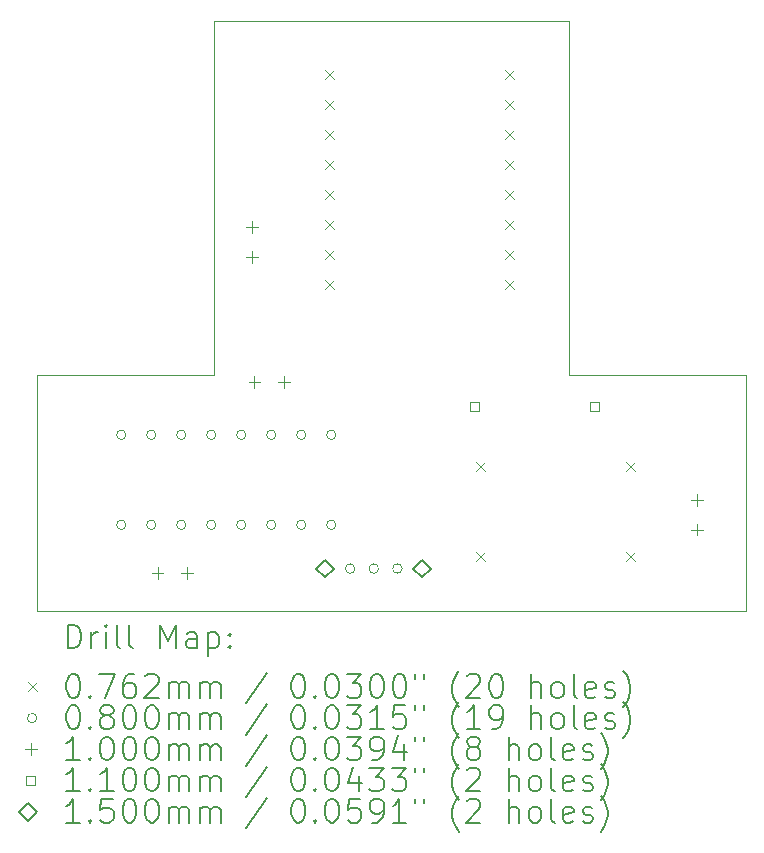
<source format=gbr>
%TF.GenerationSoftware,KiCad,Pcbnew,8.0.8*%
%TF.CreationDate,2025-02-19T10:09:50+01:00*%
%TF.ProjectId,Robot,526f626f-742e-46b6-9963-61645f706362,rev?*%
%TF.SameCoordinates,Original*%
%TF.FileFunction,Drillmap*%
%TF.FilePolarity,Positive*%
%FSLAX45Y45*%
G04 Gerber Fmt 4.5, Leading zero omitted, Abs format (unit mm)*
G04 Created by KiCad (PCBNEW 8.0.8) date 2025-02-19 10:09:50*
%MOMM*%
%LPD*%
G01*
G04 APERTURE LIST*
%ADD10C,0.050000*%
%ADD11C,0.200000*%
%ADD12C,0.100000*%
%ADD13C,0.110000*%
%ADD14C,0.150000*%
G04 APERTURE END LIST*
D10*
X11710000Y-10293431D02*
X11710000Y-13293431D01*
X8710000Y-10293431D02*
X11710000Y-10293431D01*
X8710000Y-13293431D02*
X8710000Y-10293431D01*
X7210000Y-13293431D02*
X8710000Y-13293431D01*
X11710000Y-13293431D02*
X13210000Y-13293431D01*
X13210000Y-15293431D02*
X7210000Y-15293431D01*
X7210000Y-15293431D02*
X7210000Y-13293431D01*
X13210000Y-13293431D02*
X13210000Y-15293431D01*
D11*
D12*
X9647900Y-10715331D02*
X9724100Y-10791531D01*
X9724100Y-10715331D02*
X9647900Y-10791531D01*
X9647900Y-10969331D02*
X9724100Y-11045531D01*
X9724100Y-10969331D02*
X9647900Y-11045531D01*
X9647900Y-11223331D02*
X9724100Y-11299531D01*
X9724100Y-11223331D02*
X9647900Y-11299531D01*
X9647900Y-11477331D02*
X9724100Y-11553531D01*
X9724100Y-11477331D02*
X9647900Y-11553531D01*
X9647900Y-11731331D02*
X9724100Y-11807531D01*
X9724100Y-11731331D02*
X9647900Y-11807531D01*
X9647900Y-11985331D02*
X9724100Y-12061531D01*
X9724100Y-11985331D02*
X9647900Y-12061531D01*
X9647900Y-12239331D02*
X9724100Y-12315531D01*
X9724100Y-12239331D02*
X9647900Y-12315531D01*
X9647900Y-12493331D02*
X9724100Y-12569531D01*
X9724100Y-12493331D02*
X9647900Y-12569531D01*
X10921900Y-14033331D02*
X10998100Y-14109531D01*
X10998100Y-14033331D02*
X10921900Y-14109531D01*
X10921900Y-14795331D02*
X10998100Y-14871531D01*
X10998100Y-14795331D02*
X10921900Y-14871531D01*
X11171900Y-10715331D02*
X11248100Y-10791531D01*
X11248100Y-10715331D02*
X11171900Y-10791531D01*
X11171900Y-10969331D02*
X11248100Y-11045531D01*
X11248100Y-10969331D02*
X11171900Y-11045531D01*
X11171900Y-11223331D02*
X11248100Y-11299531D01*
X11248100Y-11223331D02*
X11171900Y-11299531D01*
X11171900Y-11477331D02*
X11248100Y-11553531D01*
X11248100Y-11477331D02*
X11171900Y-11553531D01*
X11171900Y-11731331D02*
X11248100Y-11807531D01*
X11248100Y-11731331D02*
X11171900Y-11807531D01*
X11171900Y-11985331D02*
X11248100Y-12061531D01*
X11248100Y-11985331D02*
X11171900Y-12061531D01*
X11171900Y-12239331D02*
X11248100Y-12315531D01*
X11248100Y-12239331D02*
X11171900Y-12315531D01*
X11171900Y-12493331D02*
X11248100Y-12569531D01*
X11248100Y-12493331D02*
X11171900Y-12569531D01*
X12191900Y-14033331D02*
X12268100Y-14109531D01*
X12268100Y-14033331D02*
X12191900Y-14109531D01*
X12191900Y-14795331D02*
X12268100Y-14871531D01*
X12268100Y-14795331D02*
X12191900Y-14871531D01*
X7962500Y-13801431D02*
G75*
G02*
X7882500Y-13801431I-40000J0D01*
G01*
X7882500Y-13801431D02*
G75*
G02*
X7962500Y-13801431I40000J0D01*
G01*
X7962500Y-14563431D02*
G75*
G02*
X7882500Y-14563431I-40000J0D01*
G01*
X7882500Y-14563431D02*
G75*
G02*
X7962500Y-14563431I40000J0D01*
G01*
X8216500Y-13801431D02*
G75*
G02*
X8136500Y-13801431I-40000J0D01*
G01*
X8136500Y-13801431D02*
G75*
G02*
X8216500Y-13801431I40000J0D01*
G01*
X8216500Y-14563431D02*
G75*
G02*
X8136500Y-14563431I-40000J0D01*
G01*
X8136500Y-14563431D02*
G75*
G02*
X8216500Y-14563431I40000J0D01*
G01*
X8470500Y-13801431D02*
G75*
G02*
X8390500Y-13801431I-40000J0D01*
G01*
X8390500Y-13801431D02*
G75*
G02*
X8470500Y-13801431I40000J0D01*
G01*
X8470500Y-14563431D02*
G75*
G02*
X8390500Y-14563431I-40000J0D01*
G01*
X8390500Y-14563431D02*
G75*
G02*
X8470500Y-14563431I40000J0D01*
G01*
X8724500Y-13801431D02*
G75*
G02*
X8644500Y-13801431I-40000J0D01*
G01*
X8644500Y-13801431D02*
G75*
G02*
X8724500Y-13801431I40000J0D01*
G01*
X8724500Y-14563431D02*
G75*
G02*
X8644500Y-14563431I-40000J0D01*
G01*
X8644500Y-14563431D02*
G75*
G02*
X8724500Y-14563431I40000J0D01*
G01*
X8978500Y-13801431D02*
G75*
G02*
X8898500Y-13801431I-40000J0D01*
G01*
X8898500Y-13801431D02*
G75*
G02*
X8978500Y-13801431I40000J0D01*
G01*
X8978500Y-14563431D02*
G75*
G02*
X8898500Y-14563431I-40000J0D01*
G01*
X8898500Y-14563431D02*
G75*
G02*
X8978500Y-14563431I40000J0D01*
G01*
X9232500Y-13801431D02*
G75*
G02*
X9152500Y-13801431I-40000J0D01*
G01*
X9152500Y-13801431D02*
G75*
G02*
X9232500Y-13801431I40000J0D01*
G01*
X9232500Y-14563431D02*
G75*
G02*
X9152500Y-14563431I-40000J0D01*
G01*
X9152500Y-14563431D02*
G75*
G02*
X9232500Y-14563431I40000J0D01*
G01*
X9486500Y-13801431D02*
G75*
G02*
X9406500Y-13801431I-40000J0D01*
G01*
X9406500Y-13801431D02*
G75*
G02*
X9486500Y-13801431I40000J0D01*
G01*
X9486500Y-14563431D02*
G75*
G02*
X9406500Y-14563431I-40000J0D01*
G01*
X9406500Y-14563431D02*
G75*
G02*
X9486500Y-14563431I40000J0D01*
G01*
X9740500Y-13801431D02*
G75*
G02*
X9660500Y-13801431I-40000J0D01*
G01*
X9660500Y-13801431D02*
G75*
G02*
X9740500Y-13801431I40000J0D01*
G01*
X9740500Y-14563431D02*
G75*
G02*
X9660500Y-14563431I-40000J0D01*
G01*
X9660500Y-14563431D02*
G75*
G02*
X9740500Y-14563431I40000J0D01*
G01*
X9900000Y-14933431D02*
G75*
G02*
X9820000Y-14933431I-40000J0D01*
G01*
X9820000Y-14933431D02*
G75*
G02*
X9900000Y-14933431I40000J0D01*
G01*
X10100000Y-14933431D02*
G75*
G02*
X10020000Y-14933431I-40000J0D01*
G01*
X10020000Y-14933431D02*
G75*
G02*
X10100000Y-14933431I40000J0D01*
G01*
X10300000Y-14933431D02*
G75*
G02*
X10220000Y-14933431I-40000J0D01*
G01*
X10220000Y-14933431D02*
G75*
G02*
X10300000Y-14933431I40000J0D01*
G01*
X8230000Y-14923431D02*
X8230000Y-15023431D01*
X8180000Y-14973431D02*
X8280000Y-14973431D01*
X8480000Y-14923431D02*
X8480000Y-15023431D01*
X8430000Y-14973431D02*
X8530000Y-14973431D01*
X9030000Y-11993431D02*
X9030000Y-12093431D01*
X8980000Y-12043431D02*
X9080000Y-12043431D01*
X9030000Y-12243431D02*
X9030000Y-12343431D01*
X8980000Y-12293431D02*
X9080000Y-12293431D01*
X9050000Y-13303431D02*
X9050000Y-13403431D01*
X9000000Y-13353431D02*
X9100000Y-13353431D01*
X9300000Y-13303431D02*
X9300000Y-13403431D01*
X9250000Y-13353431D02*
X9350000Y-13353431D01*
X12800000Y-14303431D02*
X12800000Y-14403431D01*
X12750000Y-14353431D02*
X12850000Y-14353431D01*
X12800000Y-14553431D02*
X12800000Y-14653431D01*
X12750000Y-14603431D02*
X12850000Y-14603431D01*
D13*
X10950891Y-13602323D02*
X10950891Y-13524540D01*
X10873109Y-13524540D01*
X10873109Y-13602323D01*
X10950891Y-13602323D01*
X11966891Y-13602323D02*
X11966891Y-13524540D01*
X11889109Y-13524540D01*
X11889109Y-13602323D01*
X11966891Y-13602323D01*
D14*
X9650000Y-15008431D02*
X9725000Y-14933431D01*
X9650000Y-14858431D01*
X9575000Y-14933431D01*
X9650000Y-15008431D01*
X10470000Y-15008431D02*
X10545000Y-14933431D01*
X10470000Y-14858431D01*
X10395000Y-14933431D01*
X10470000Y-15008431D01*
D11*
X7468277Y-15607415D02*
X7468277Y-15407415D01*
X7468277Y-15407415D02*
X7515896Y-15407415D01*
X7515896Y-15407415D02*
X7544467Y-15416939D01*
X7544467Y-15416939D02*
X7563515Y-15435987D01*
X7563515Y-15435987D02*
X7573039Y-15455034D01*
X7573039Y-15455034D02*
X7582562Y-15493129D01*
X7582562Y-15493129D02*
X7582562Y-15521701D01*
X7582562Y-15521701D02*
X7573039Y-15559796D01*
X7573039Y-15559796D02*
X7563515Y-15578844D01*
X7563515Y-15578844D02*
X7544467Y-15597891D01*
X7544467Y-15597891D02*
X7515896Y-15607415D01*
X7515896Y-15607415D02*
X7468277Y-15607415D01*
X7668277Y-15607415D02*
X7668277Y-15474082D01*
X7668277Y-15512177D02*
X7677801Y-15493129D01*
X7677801Y-15493129D02*
X7687324Y-15483606D01*
X7687324Y-15483606D02*
X7706372Y-15474082D01*
X7706372Y-15474082D02*
X7725420Y-15474082D01*
X7792086Y-15607415D02*
X7792086Y-15474082D01*
X7792086Y-15407415D02*
X7782562Y-15416939D01*
X7782562Y-15416939D02*
X7792086Y-15426463D01*
X7792086Y-15426463D02*
X7801610Y-15416939D01*
X7801610Y-15416939D02*
X7792086Y-15407415D01*
X7792086Y-15407415D02*
X7792086Y-15426463D01*
X7915896Y-15607415D02*
X7896848Y-15597891D01*
X7896848Y-15597891D02*
X7887324Y-15578844D01*
X7887324Y-15578844D02*
X7887324Y-15407415D01*
X8020658Y-15607415D02*
X8001610Y-15597891D01*
X8001610Y-15597891D02*
X7992086Y-15578844D01*
X7992086Y-15578844D02*
X7992086Y-15407415D01*
X8249229Y-15607415D02*
X8249229Y-15407415D01*
X8249229Y-15407415D02*
X8315896Y-15550272D01*
X8315896Y-15550272D02*
X8382562Y-15407415D01*
X8382562Y-15407415D02*
X8382562Y-15607415D01*
X8563515Y-15607415D02*
X8563515Y-15502653D01*
X8563515Y-15502653D02*
X8553991Y-15483606D01*
X8553991Y-15483606D02*
X8534944Y-15474082D01*
X8534944Y-15474082D02*
X8496848Y-15474082D01*
X8496848Y-15474082D02*
X8477801Y-15483606D01*
X8563515Y-15597891D02*
X8544467Y-15607415D01*
X8544467Y-15607415D02*
X8496848Y-15607415D01*
X8496848Y-15607415D02*
X8477801Y-15597891D01*
X8477801Y-15597891D02*
X8468277Y-15578844D01*
X8468277Y-15578844D02*
X8468277Y-15559796D01*
X8468277Y-15559796D02*
X8477801Y-15540748D01*
X8477801Y-15540748D02*
X8496848Y-15531225D01*
X8496848Y-15531225D02*
X8544467Y-15531225D01*
X8544467Y-15531225D02*
X8563515Y-15521701D01*
X8658753Y-15474082D02*
X8658753Y-15674082D01*
X8658753Y-15483606D02*
X8677801Y-15474082D01*
X8677801Y-15474082D02*
X8715896Y-15474082D01*
X8715896Y-15474082D02*
X8734944Y-15483606D01*
X8734944Y-15483606D02*
X8744467Y-15493129D01*
X8744467Y-15493129D02*
X8753991Y-15512177D01*
X8753991Y-15512177D02*
X8753991Y-15569320D01*
X8753991Y-15569320D02*
X8744467Y-15588367D01*
X8744467Y-15588367D02*
X8734944Y-15597891D01*
X8734944Y-15597891D02*
X8715896Y-15607415D01*
X8715896Y-15607415D02*
X8677801Y-15607415D01*
X8677801Y-15607415D02*
X8658753Y-15597891D01*
X8839705Y-15588367D02*
X8849229Y-15597891D01*
X8849229Y-15597891D02*
X8839705Y-15607415D01*
X8839705Y-15607415D02*
X8830182Y-15597891D01*
X8830182Y-15597891D02*
X8839705Y-15588367D01*
X8839705Y-15588367D02*
X8839705Y-15607415D01*
X8839705Y-15483606D02*
X8849229Y-15493129D01*
X8849229Y-15493129D02*
X8839705Y-15502653D01*
X8839705Y-15502653D02*
X8830182Y-15493129D01*
X8830182Y-15493129D02*
X8839705Y-15483606D01*
X8839705Y-15483606D02*
X8839705Y-15502653D01*
D12*
X7131300Y-15897831D02*
X7207500Y-15974031D01*
X7207500Y-15897831D02*
X7131300Y-15974031D01*
D11*
X7506372Y-15827415D02*
X7525420Y-15827415D01*
X7525420Y-15827415D02*
X7544467Y-15836939D01*
X7544467Y-15836939D02*
X7553991Y-15846463D01*
X7553991Y-15846463D02*
X7563515Y-15865510D01*
X7563515Y-15865510D02*
X7573039Y-15903606D01*
X7573039Y-15903606D02*
X7573039Y-15951225D01*
X7573039Y-15951225D02*
X7563515Y-15989320D01*
X7563515Y-15989320D02*
X7553991Y-16008367D01*
X7553991Y-16008367D02*
X7544467Y-16017891D01*
X7544467Y-16017891D02*
X7525420Y-16027415D01*
X7525420Y-16027415D02*
X7506372Y-16027415D01*
X7506372Y-16027415D02*
X7487324Y-16017891D01*
X7487324Y-16017891D02*
X7477801Y-16008367D01*
X7477801Y-16008367D02*
X7468277Y-15989320D01*
X7468277Y-15989320D02*
X7458753Y-15951225D01*
X7458753Y-15951225D02*
X7458753Y-15903606D01*
X7458753Y-15903606D02*
X7468277Y-15865510D01*
X7468277Y-15865510D02*
X7477801Y-15846463D01*
X7477801Y-15846463D02*
X7487324Y-15836939D01*
X7487324Y-15836939D02*
X7506372Y-15827415D01*
X7658753Y-16008367D02*
X7668277Y-16017891D01*
X7668277Y-16017891D02*
X7658753Y-16027415D01*
X7658753Y-16027415D02*
X7649229Y-16017891D01*
X7649229Y-16017891D02*
X7658753Y-16008367D01*
X7658753Y-16008367D02*
X7658753Y-16027415D01*
X7734943Y-15827415D02*
X7868277Y-15827415D01*
X7868277Y-15827415D02*
X7782562Y-16027415D01*
X8030182Y-15827415D02*
X7992086Y-15827415D01*
X7992086Y-15827415D02*
X7973039Y-15836939D01*
X7973039Y-15836939D02*
X7963515Y-15846463D01*
X7963515Y-15846463D02*
X7944467Y-15875034D01*
X7944467Y-15875034D02*
X7934943Y-15913129D01*
X7934943Y-15913129D02*
X7934943Y-15989320D01*
X7934943Y-15989320D02*
X7944467Y-16008367D01*
X7944467Y-16008367D02*
X7953991Y-16017891D01*
X7953991Y-16017891D02*
X7973039Y-16027415D01*
X7973039Y-16027415D02*
X8011134Y-16027415D01*
X8011134Y-16027415D02*
X8030182Y-16017891D01*
X8030182Y-16017891D02*
X8039705Y-16008367D01*
X8039705Y-16008367D02*
X8049229Y-15989320D01*
X8049229Y-15989320D02*
X8049229Y-15941701D01*
X8049229Y-15941701D02*
X8039705Y-15922653D01*
X8039705Y-15922653D02*
X8030182Y-15913129D01*
X8030182Y-15913129D02*
X8011134Y-15903606D01*
X8011134Y-15903606D02*
X7973039Y-15903606D01*
X7973039Y-15903606D02*
X7953991Y-15913129D01*
X7953991Y-15913129D02*
X7944467Y-15922653D01*
X7944467Y-15922653D02*
X7934943Y-15941701D01*
X8125420Y-15846463D02*
X8134943Y-15836939D01*
X8134943Y-15836939D02*
X8153991Y-15827415D01*
X8153991Y-15827415D02*
X8201610Y-15827415D01*
X8201610Y-15827415D02*
X8220658Y-15836939D01*
X8220658Y-15836939D02*
X8230182Y-15846463D01*
X8230182Y-15846463D02*
X8239705Y-15865510D01*
X8239705Y-15865510D02*
X8239705Y-15884558D01*
X8239705Y-15884558D02*
X8230182Y-15913129D01*
X8230182Y-15913129D02*
X8115896Y-16027415D01*
X8115896Y-16027415D02*
X8239705Y-16027415D01*
X8325420Y-16027415D02*
X8325420Y-15894082D01*
X8325420Y-15913129D02*
X8334943Y-15903606D01*
X8334943Y-15903606D02*
X8353991Y-15894082D01*
X8353991Y-15894082D02*
X8382563Y-15894082D01*
X8382563Y-15894082D02*
X8401610Y-15903606D01*
X8401610Y-15903606D02*
X8411134Y-15922653D01*
X8411134Y-15922653D02*
X8411134Y-16027415D01*
X8411134Y-15922653D02*
X8420658Y-15903606D01*
X8420658Y-15903606D02*
X8439705Y-15894082D01*
X8439705Y-15894082D02*
X8468277Y-15894082D01*
X8468277Y-15894082D02*
X8487325Y-15903606D01*
X8487325Y-15903606D02*
X8496848Y-15922653D01*
X8496848Y-15922653D02*
X8496848Y-16027415D01*
X8592086Y-16027415D02*
X8592086Y-15894082D01*
X8592086Y-15913129D02*
X8601610Y-15903606D01*
X8601610Y-15903606D02*
X8620658Y-15894082D01*
X8620658Y-15894082D02*
X8649229Y-15894082D01*
X8649229Y-15894082D02*
X8668277Y-15903606D01*
X8668277Y-15903606D02*
X8677801Y-15922653D01*
X8677801Y-15922653D02*
X8677801Y-16027415D01*
X8677801Y-15922653D02*
X8687325Y-15903606D01*
X8687325Y-15903606D02*
X8706372Y-15894082D01*
X8706372Y-15894082D02*
X8734944Y-15894082D01*
X8734944Y-15894082D02*
X8753991Y-15903606D01*
X8753991Y-15903606D02*
X8763515Y-15922653D01*
X8763515Y-15922653D02*
X8763515Y-16027415D01*
X9153991Y-15817891D02*
X8982563Y-16075034D01*
X9411134Y-15827415D02*
X9430182Y-15827415D01*
X9430182Y-15827415D02*
X9449229Y-15836939D01*
X9449229Y-15836939D02*
X9458753Y-15846463D01*
X9458753Y-15846463D02*
X9468277Y-15865510D01*
X9468277Y-15865510D02*
X9477801Y-15903606D01*
X9477801Y-15903606D02*
X9477801Y-15951225D01*
X9477801Y-15951225D02*
X9468277Y-15989320D01*
X9468277Y-15989320D02*
X9458753Y-16008367D01*
X9458753Y-16008367D02*
X9449229Y-16017891D01*
X9449229Y-16017891D02*
X9430182Y-16027415D01*
X9430182Y-16027415D02*
X9411134Y-16027415D01*
X9411134Y-16027415D02*
X9392087Y-16017891D01*
X9392087Y-16017891D02*
X9382563Y-16008367D01*
X9382563Y-16008367D02*
X9373039Y-15989320D01*
X9373039Y-15989320D02*
X9363515Y-15951225D01*
X9363515Y-15951225D02*
X9363515Y-15903606D01*
X9363515Y-15903606D02*
X9373039Y-15865510D01*
X9373039Y-15865510D02*
X9382563Y-15846463D01*
X9382563Y-15846463D02*
X9392087Y-15836939D01*
X9392087Y-15836939D02*
X9411134Y-15827415D01*
X9563515Y-16008367D02*
X9573039Y-16017891D01*
X9573039Y-16017891D02*
X9563515Y-16027415D01*
X9563515Y-16027415D02*
X9553991Y-16017891D01*
X9553991Y-16017891D02*
X9563515Y-16008367D01*
X9563515Y-16008367D02*
X9563515Y-16027415D01*
X9696848Y-15827415D02*
X9715896Y-15827415D01*
X9715896Y-15827415D02*
X9734944Y-15836939D01*
X9734944Y-15836939D02*
X9744468Y-15846463D01*
X9744468Y-15846463D02*
X9753991Y-15865510D01*
X9753991Y-15865510D02*
X9763515Y-15903606D01*
X9763515Y-15903606D02*
X9763515Y-15951225D01*
X9763515Y-15951225D02*
X9753991Y-15989320D01*
X9753991Y-15989320D02*
X9744468Y-16008367D01*
X9744468Y-16008367D02*
X9734944Y-16017891D01*
X9734944Y-16017891D02*
X9715896Y-16027415D01*
X9715896Y-16027415D02*
X9696848Y-16027415D01*
X9696848Y-16027415D02*
X9677801Y-16017891D01*
X9677801Y-16017891D02*
X9668277Y-16008367D01*
X9668277Y-16008367D02*
X9658753Y-15989320D01*
X9658753Y-15989320D02*
X9649229Y-15951225D01*
X9649229Y-15951225D02*
X9649229Y-15903606D01*
X9649229Y-15903606D02*
X9658753Y-15865510D01*
X9658753Y-15865510D02*
X9668277Y-15846463D01*
X9668277Y-15846463D02*
X9677801Y-15836939D01*
X9677801Y-15836939D02*
X9696848Y-15827415D01*
X9830182Y-15827415D02*
X9953991Y-15827415D01*
X9953991Y-15827415D02*
X9887325Y-15903606D01*
X9887325Y-15903606D02*
X9915896Y-15903606D01*
X9915896Y-15903606D02*
X9934944Y-15913129D01*
X9934944Y-15913129D02*
X9944468Y-15922653D01*
X9944468Y-15922653D02*
X9953991Y-15941701D01*
X9953991Y-15941701D02*
X9953991Y-15989320D01*
X9953991Y-15989320D02*
X9944468Y-16008367D01*
X9944468Y-16008367D02*
X9934944Y-16017891D01*
X9934944Y-16017891D02*
X9915896Y-16027415D01*
X9915896Y-16027415D02*
X9858753Y-16027415D01*
X9858753Y-16027415D02*
X9839706Y-16017891D01*
X9839706Y-16017891D02*
X9830182Y-16008367D01*
X10077801Y-15827415D02*
X10096849Y-15827415D01*
X10096849Y-15827415D02*
X10115896Y-15836939D01*
X10115896Y-15836939D02*
X10125420Y-15846463D01*
X10125420Y-15846463D02*
X10134944Y-15865510D01*
X10134944Y-15865510D02*
X10144468Y-15903606D01*
X10144468Y-15903606D02*
X10144468Y-15951225D01*
X10144468Y-15951225D02*
X10134944Y-15989320D01*
X10134944Y-15989320D02*
X10125420Y-16008367D01*
X10125420Y-16008367D02*
X10115896Y-16017891D01*
X10115896Y-16017891D02*
X10096849Y-16027415D01*
X10096849Y-16027415D02*
X10077801Y-16027415D01*
X10077801Y-16027415D02*
X10058753Y-16017891D01*
X10058753Y-16017891D02*
X10049229Y-16008367D01*
X10049229Y-16008367D02*
X10039706Y-15989320D01*
X10039706Y-15989320D02*
X10030182Y-15951225D01*
X10030182Y-15951225D02*
X10030182Y-15903606D01*
X10030182Y-15903606D02*
X10039706Y-15865510D01*
X10039706Y-15865510D02*
X10049229Y-15846463D01*
X10049229Y-15846463D02*
X10058753Y-15836939D01*
X10058753Y-15836939D02*
X10077801Y-15827415D01*
X10268277Y-15827415D02*
X10287325Y-15827415D01*
X10287325Y-15827415D02*
X10306372Y-15836939D01*
X10306372Y-15836939D02*
X10315896Y-15846463D01*
X10315896Y-15846463D02*
X10325420Y-15865510D01*
X10325420Y-15865510D02*
X10334944Y-15903606D01*
X10334944Y-15903606D02*
X10334944Y-15951225D01*
X10334944Y-15951225D02*
X10325420Y-15989320D01*
X10325420Y-15989320D02*
X10315896Y-16008367D01*
X10315896Y-16008367D02*
X10306372Y-16017891D01*
X10306372Y-16017891D02*
X10287325Y-16027415D01*
X10287325Y-16027415D02*
X10268277Y-16027415D01*
X10268277Y-16027415D02*
X10249229Y-16017891D01*
X10249229Y-16017891D02*
X10239706Y-16008367D01*
X10239706Y-16008367D02*
X10230182Y-15989320D01*
X10230182Y-15989320D02*
X10220658Y-15951225D01*
X10220658Y-15951225D02*
X10220658Y-15903606D01*
X10220658Y-15903606D02*
X10230182Y-15865510D01*
X10230182Y-15865510D02*
X10239706Y-15846463D01*
X10239706Y-15846463D02*
X10249229Y-15836939D01*
X10249229Y-15836939D02*
X10268277Y-15827415D01*
X10411134Y-15827415D02*
X10411134Y-15865510D01*
X10487325Y-15827415D02*
X10487325Y-15865510D01*
X10782563Y-16103606D02*
X10773039Y-16094082D01*
X10773039Y-16094082D02*
X10753991Y-16065510D01*
X10753991Y-16065510D02*
X10744468Y-16046463D01*
X10744468Y-16046463D02*
X10734944Y-16017891D01*
X10734944Y-16017891D02*
X10725420Y-15970272D01*
X10725420Y-15970272D02*
X10725420Y-15932177D01*
X10725420Y-15932177D02*
X10734944Y-15884558D01*
X10734944Y-15884558D02*
X10744468Y-15855987D01*
X10744468Y-15855987D02*
X10753991Y-15836939D01*
X10753991Y-15836939D02*
X10773039Y-15808367D01*
X10773039Y-15808367D02*
X10782563Y-15798844D01*
X10849230Y-15846463D02*
X10858753Y-15836939D01*
X10858753Y-15836939D02*
X10877801Y-15827415D01*
X10877801Y-15827415D02*
X10925420Y-15827415D01*
X10925420Y-15827415D02*
X10944468Y-15836939D01*
X10944468Y-15836939D02*
X10953991Y-15846463D01*
X10953991Y-15846463D02*
X10963515Y-15865510D01*
X10963515Y-15865510D02*
X10963515Y-15884558D01*
X10963515Y-15884558D02*
X10953991Y-15913129D01*
X10953991Y-15913129D02*
X10839706Y-16027415D01*
X10839706Y-16027415D02*
X10963515Y-16027415D01*
X11087325Y-15827415D02*
X11106372Y-15827415D01*
X11106372Y-15827415D02*
X11125420Y-15836939D01*
X11125420Y-15836939D02*
X11134944Y-15846463D01*
X11134944Y-15846463D02*
X11144468Y-15865510D01*
X11144468Y-15865510D02*
X11153991Y-15903606D01*
X11153991Y-15903606D02*
X11153991Y-15951225D01*
X11153991Y-15951225D02*
X11144468Y-15989320D01*
X11144468Y-15989320D02*
X11134944Y-16008367D01*
X11134944Y-16008367D02*
X11125420Y-16017891D01*
X11125420Y-16017891D02*
X11106372Y-16027415D01*
X11106372Y-16027415D02*
X11087325Y-16027415D01*
X11087325Y-16027415D02*
X11068277Y-16017891D01*
X11068277Y-16017891D02*
X11058753Y-16008367D01*
X11058753Y-16008367D02*
X11049230Y-15989320D01*
X11049230Y-15989320D02*
X11039706Y-15951225D01*
X11039706Y-15951225D02*
X11039706Y-15903606D01*
X11039706Y-15903606D02*
X11049230Y-15865510D01*
X11049230Y-15865510D02*
X11058753Y-15846463D01*
X11058753Y-15846463D02*
X11068277Y-15836939D01*
X11068277Y-15836939D02*
X11087325Y-15827415D01*
X11392087Y-16027415D02*
X11392087Y-15827415D01*
X11477801Y-16027415D02*
X11477801Y-15922653D01*
X11477801Y-15922653D02*
X11468277Y-15903606D01*
X11468277Y-15903606D02*
X11449230Y-15894082D01*
X11449230Y-15894082D02*
X11420658Y-15894082D01*
X11420658Y-15894082D02*
X11401610Y-15903606D01*
X11401610Y-15903606D02*
X11392087Y-15913129D01*
X11601610Y-16027415D02*
X11582563Y-16017891D01*
X11582563Y-16017891D02*
X11573039Y-16008367D01*
X11573039Y-16008367D02*
X11563515Y-15989320D01*
X11563515Y-15989320D02*
X11563515Y-15932177D01*
X11563515Y-15932177D02*
X11573039Y-15913129D01*
X11573039Y-15913129D02*
X11582563Y-15903606D01*
X11582563Y-15903606D02*
X11601610Y-15894082D01*
X11601610Y-15894082D02*
X11630182Y-15894082D01*
X11630182Y-15894082D02*
X11649230Y-15903606D01*
X11649230Y-15903606D02*
X11658753Y-15913129D01*
X11658753Y-15913129D02*
X11668277Y-15932177D01*
X11668277Y-15932177D02*
X11668277Y-15989320D01*
X11668277Y-15989320D02*
X11658753Y-16008367D01*
X11658753Y-16008367D02*
X11649230Y-16017891D01*
X11649230Y-16017891D02*
X11630182Y-16027415D01*
X11630182Y-16027415D02*
X11601610Y-16027415D01*
X11782563Y-16027415D02*
X11763515Y-16017891D01*
X11763515Y-16017891D02*
X11753991Y-15998844D01*
X11753991Y-15998844D02*
X11753991Y-15827415D01*
X11934944Y-16017891D02*
X11915896Y-16027415D01*
X11915896Y-16027415D02*
X11877801Y-16027415D01*
X11877801Y-16027415D02*
X11858753Y-16017891D01*
X11858753Y-16017891D02*
X11849230Y-15998844D01*
X11849230Y-15998844D02*
X11849230Y-15922653D01*
X11849230Y-15922653D02*
X11858753Y-15903606D01*
X11858753Y-15903606D02*
X11877801Y-15894082D01*
X11877801Y-15894082D02*
X11915896Y-15894082D01*
X11915896Y-15894082D02*
X11934944Y-15903606D01*
X11934944Y-15903606D02*
X11944468Y-15922653D01*
X11944468Y-15922653D02*
X11944468Y-15941701D01*
X11944468Y-15941701D02*
X11849230Y-15960748D01*
X12020658Y-16017891D02*
X12039706Y-16027415D01*
X12039706Y-16027415D02*
X12077801Y-16027415D01*
X12077801Y-16027415D02*
X12096849Y-16017891D01*
X12096849Y-16017891D02*
X12106372Y-15998844D01*
X12106372Y-15998844D02*
X12106372Y-15989320D01*
X12106372Y-15989320D02*
X12096849Y-15970272D01*
X12096849Y-15970272D02*
X12077801Y-15960748D01*
X12077801Y-15960748D02*
X12049230Y-15960748D01*
X12049230Y-15960748D02*
X12030182Y-15951225D01*
X12030182Y-15951225D02*
X12020658Y-15932177D01*
X12020658Y-15932177D02*
X12020658Y-15922653D01*
X12020658Y-15922653D02*
X12030182Y-15903606D01*
X12030182Y-15903606D02*
X12049230Y-15894082D01*
X12049230Y-15894082D02*
X12077801Y-15894082D01*
X12077801Y-15894082D02*
X12096849Y-15903606D01*
X12173039Y-16103606D02*
X12182563Y-16094082D01*
X12182563Y-16094082D02*
X12201611Y-16065510D01*
X12201611Y-16065510D02*
X12211134Y-16046463D01*
X12211134Y-16046463D02*
X12220658Y-16017891D01*
X12220658Y-16017891D02*
X12230182Y-15970272D01*
X12230182Y-15970272D02*
X12230182Y-15932177D01*
X12230182Y-15932177D02*
X12220658Y-15884558D01*
X12220658Y-15884558D02*
X12211134Y-15855987D01*
X12211134Y-15855987D02*
X12201611Y-15836939D01*
X12201611Y-15836939D02*
X12182563Y-15808367D01*
X12182563Y-15808367D02*
X12173039Y-15798844D01*
D12*
X7207500Y-16199931D02*
G75*
G02*
X7127500Y-16199931I-40000J0D01*
G01*
X7127500Y-16199931D02*
G75*
G02*
X7207500Y-16199931I40000J0D01*
G01*
D11*
X7506372Y-16091415D02*
X7525420Y-16091415D01*
X7525420Y-16091415D02*
X7544467Y-16100939D01*
X7544467Y-16100939D02*
X7553991Y-16110463D01*
X7553991Y-16110463D02*
X7563515Y-16129510D01*
X7563515Y-16129510D02*
X7573039Y-16167606D01*
X7573039Y-16167606D02*
X7573039Y-16215225D01*
X7573039Y-16215225D02*
X7563515Y-16253320D01*
X7563515Y-16253320D02*
X7553991Y-16272367D01*
X7553991Y-16272367D02*
X7544467Y-16281891D01*
X7544467Y-16281891D02*
X7525420Y-16291415D01*
X7525420Y-16291415D02*
X7506372Y-16291415D01*
X7506372Y-16291415D02*
X7487324Y-16281891D01*
X7487324Y-16281891D02*
X7477801Y-16272367D01*
X7477801Y-16272367D02*
X7468277Y-16253320D01*
X7468277Y-16253320D02*
X7458753Y-16215225D01*
X7458753Y-16215225D02*
X7458753Y-16167606D01*
X7458753Y-16167606D02*
X7468277Y-16129510D01*
X7468277Y-16129510D02*
X7477801Y-16110463D01*
X7477801Y-16110463D02*
X7487324Y-16100939D01*
X7487324Y-16100939D02*
X7506372Y-16091415D01*
X7658753Y-16272367D02*
X7668277Y-16281891D01*
X7668277Y-16281891D02*
X7658753Y-16291415D01*
X7658753Y-16291415D02*
X7649229Y-16281891D01*
X7649229Y-16281891D02*
X7658753Y-16272367D01*
X7658753Y-16272367D02*
X7658753Y-16291415D01*
X7782562Y-16177129D02*
X7763515Y-16167606D01*
X7763515Y-16167606D02*
X7753991Y-16158082D01*
X7753991Y-16158082D02*
X7744467Y-16139034D01*
X7744467Y-16139034D02*
X7744467Y-16129510D01*
X7744467Y-16129510D02*
X7753991Y-16110463D01*
X7753991Y-16110463D02*
X7763515Y-16100939D01*
X7763515Y-16100939D02*
X7782562Y-16091415D01*
X7782562Y-16091415D02*
X7820658Y-16091415D01*
X7820658Y-16091415D02*
X7839705Y-16100939D01*
X7839705Y-16100939D02*
X7849229Y-16110463D01*
X7849229Y-16110463D02*
X7858753Y-16129510D01*
X7858753Y-16129510D02*
X7858753Y-16139034D01*
X7858753Y-16139034D02*
X7849229Y-16158082D01*
X7849229Y-16158082D02*
X7839705Y-16167606D01*
X7839705Y-16167606D02*
X7820658Y-16177129D01*
X7820658Y-16177129D02*
X7782562Y-16177129D01*
X7782562Y-16177129D02*
X7763515Y-16186653D01*
X7763515Y-16186653D02*
X7753991Y-16196177D01*
X7753991Y-16196177D02*
X7744467Y-16215225D01*
X7744467Y-16215225D02*
X7744467Y-16253320D01*
X7744467Y-16253320D02*
X7753991Y-16272367D01*
X7753991Y-16272367D02*
X7763515Y-16281891D01*
X7763515Y-16281891D02*
X7782562Y-16291415D01*
X7782562Y-16291415D02*
X7820658Y-16291415D01*
X7820658Y-16291415D02*
X7839705Y-16281891D01*
X7839705Y-16281891D02*
X7849229Y-16272367D01*
X7849229Y-16272367D02*
X7858753Y-16253320D01*
X7858753Y-16253320D02*
X7858753Y-16215225D01*
X7858753Y-16215225D02*
X7849229Y-16196177D01*
X7849229Y-16196177D02*
X7839705Y-16186653D01*
X7839705Y-16186653D02*
X7820658Y-16177129D01*
X7982562Y-16091415D02*
X8001610Y-16091415D01*
X8001610Y-16091415D02*
X8020658Y-16100939D01*
X8020658Y-16100939D02*
X8030182Y-16110463D01*
X8030182Y-16110463D02*
X8039705Y-16129510D01*
X8039705Y-16129510D02*
X8049229Y-16167606D01*
X8049229Y-16167606D02*
X8049229Y-16215225D01*
X8049229Y-16215225D02*
X8039705Y-16253320D01*
X8039705Y-16253320D02*
X8030182Y-16272367D01*
X8030182Y-16272367D02*
X8020658Y-16281891D01*
X8020658Y-16281891D02*
X8001610Y-16291415D01*
X8001610Y-16291415D02*
X7982562Y-16291415D01*
X7982562Y-16291415D02*
X7963515Y-16281891D01*
X7963515Y-16281891D02*
X7953991Y-16272367D01*
X7953991Y-16272367D02*
X7944467Y-16253320D01*
X7944467Y-16253320D02*
X7934943Y-16215225D01*
X7934943Y-16215225D02*
X7934943Y-16167606D01*
X7934943Y-16167606D02*
X7944467Y-16129510D01*
X7944467Y-16129510D02*
X7953991Y-16110463D01*
X7953991Y-16110463D02*
X7963515Y-16100939D01*
X7963515Y-16100939D02*
X7982562Y-16091415D01*
X8173039Y-16091415D02*
X8192086Y-16091415D01*
X8192086Y-16091415D02*
X8211134Y-16100939D01*
X8211134Y-16100939D02*
X8220658Y-16110463D01*
X8220658Y-16110463D02*
X8230182Y-16129510D01*
X8230182Y-16129510D02*
X8239705Y-16167606D01*
X8239705Y-16167606D02*
X8239705Y-16215225D01*
X8239705Y-16215225D02*
X8230182Y-16253320D01*
X8230182Y-16253320D02*
X8220658Y-16272367D01*
X8220658Y-16272367D02*
X8211134Y-16281891D01*
X8211134Y-16281891D02*
X8192086Y-16291415D01*
X8192086Y-16291415D02*
X8173039Y-16291415D01*
X8173039Y-16291415D02*
X8153991Y-16281891D01*
X8153991Y-16281891D02*
X8144467Y-16272367D01*
X8144467Y-16272367D02*
X8134943Y-16253320D01*
X8134943Y-16253320D02*
X8125420Y-16215225D01*
X8125420Y-16215225D02*
X8125420Y-16167606D01*
X8125420Y-16167606D02*
X8134943Y-16129510D01*
X8134943Y-16129510D02*
X8144467Y-16110463D01*
X8144467Y-16110463D02*
X8153991Y-16100939D01*
X8153991Y-16100939D02*
X8173039Y-16091415D01*
X8325420Y-16291415D02*
X8325420Y-16158082D01*
X8325420Y-16177129D02*
X8334943Y-16167606D01*
X8334943Y-16167606D02*
X8353991Y-16158082D01*
X8353991Y-16158082D02*
X8382563Y-16158082D01*
X8382563Y-16158082D02*
X8401610Y-16167606D01*
X8401610Y-16167606D02*
X8411134Y-16186653D01*
X8411134Y-16186653D02*
X8411134Y-16291415D01*
X8411134Y-16186653D02*
X8420658Y-16167606D01*
X8420658Y-16167606D02*
X8439705Y-16158082D01*
X8439705Y-16158082D02*
X8468277Y-16158082D01*
X8468277Y-16158082D02*
X8487325Y-16167606D01*
X8487325Y-16167606D02*
X8496848Y-16186653D01*
X8496848Y-16186653D02*
X8496848Y-16291415D01*
X8592086Y-16291415D02*
X8592086Y-16158082D01*
X8592086Y-16177129D02*
X8601610Y-16167606D01*
X8601610Y-16167606D02*
X8620658Y-16158082D01*
X8620658Y-16158082D02*
X8649229Y-16158082D01*
X8649229Y-16158082D02*
X8668277Y-16167606D01*
X8668277Y-16167606D02*
X8677801Y-16186653D01*
X8677801Y-16186653D02*
X8677801Y-16291415D01*
X8677801Y-16186653D02*
X8687325Y-16167606D01*
X8687325Y-16167606D02*
X8706372Y-16158082D01*
X8706372Y-16158082D02*
X8734944Y-16158082D01*
X8734944Y-16158082D02*
X8753991Y-16167606D01*
X8753991Y-16167606D02*
X8763515Y-16186653D01*
X8763515Y-16186653D02*
X8763515Y-16291415D01*
X9153991Y-16081891D02*
X8982563Y-16339034D01*
X9411134Y-16091415D02*
X9430182Y-16091415D01*
X9430182Y-16091415D02*
X9449229Y-16100939D01*
X9449229Y-16100939D02*
X9458753Y-16110463D01*
X9458753Y-16110463D02*
X9468277Y-16129510D01*
X9468277Y-16129510D02*
X9477801Y-16167606D01*
X9477801Y-16167606D02*
X9477801Y-16215225D01*
X9477801Y-16215225D02*
X9468277Y-16253320D01*
X9468277Y-16253320D02*
X9458753Y-16272367D01*
X9458753Y-16272367D02*
X9449229Y-16281891D01*
X9449229Y-16281891D02*
X9430182Y-16291415D01*
X9430182Y-16291415D02*
X9411134Y-16291415D01*
X9411134Y-16291415D02*
X9392087Y-16281891D01*
X9392087Y-16281891D02*
X9382563Y-16272367D01*
X9382563Y-16272367D02*
X9373039Y-16253320D01*
X9373039Y-16253320D02*
X9363515Y-16215225D01*
X9363515Y-16215225D02*
X9363515Y-16167606D01*
X9363515Y-16167606D02*
X9373039Y-16129510D01*
X9373039Y-16129510D02*
X9382563Y-16110463D01*
X9382563Y-16110463D02*
X9392087Y-16100939D01*
X9392087Y-16100939D02*
X9411134Y-16091415D01*
X9563515Y-16272367D02*
X9573039Y-16281891D01*
X9573039Y-16281891D02*
X9563515Y-16291415D01*
X9563515Y-16291415D02*
X9553991Y-16281891D01*
X9553991Y-16281891D02*
X9563515Y-16272367D01*
X9563515Y-16272367D02*
X9563515Y-16291415D01*
X9696848Y-16091415D02*
X9715896Y-16091415D01*
X9715896Y-16091415D02*
X9734944Y-16100939D01*
X9734944Y-16100939D02*
X9744468Y-16110463D01*
X9744468Y-16110463D02*
X9753991Y-16129510D01*
X9753991Y-16129510D02*
X9763515Y-16167606D01*
X9763515Y-16167606D02*
X9763515Y-16215225D01*
X9763515Y-16215225D02*
X9753991Y-16253320D01*
X9753991Y-16253320D02*
X9744468Y-16272367D01*
X9744468Y-16272367D02*
X9734944Y-16281891D01*
X9734944Y-16281891D02*
X9715896Y-16291415D01*
X9715896Y-16291415D02*
X9696848Y-16291415D01*
X9696848Y-16291415D02*
X9677801Y-16281891D01*
X9677801Y-16281891D02*
X9668277Y-16272367D01*
X9668277Y-16272367D02*
X9658753Y-16253320D01*
X9658753Y-16253320D02*
X9649229Y-16215225D01*
X9649229Y-16215225D02*
X9649229Y-16167606D01*
X9649229Y-16167606D02*
X9658753Y-16129510D01*
X9658753Y-16129510D02*
X9668277Y-16110463D01*
X9668277Y-16110463D02*
X9677801Y-16100939D01*
X9677801Y-16100939D02*
X9696848Y-16091415D01*
X9830182Y-16091415D02*
X9953991Y-16091415D01*
X9953991Y-16091415D02*
X9887325Y-16167606D01*
X9887325Y-16167606D02*
X9915896Y-16167606D01*
X9915896Y-16167606D02*
X9934944Y-16177129D01*
X9934944Y-16177129D02*
X9944468Y-16186653D01*
X9944468Y-16186653D02*
X9953991Y-16205701D01*
X9953991Y-16205701D02*
X9953991Y-16253320D01*
X9953991Y-16253320D02*
X9944468Y-16272367D01*
X9944468Y-16272367D02*
X9934944Y-16281891D01*
X9934944Y-16281891D02*
X9915896Y-16291415D01*
X9915896Y-16291415D02*
X9858753Y-16291415D01*
X9858753Y-16291415D02*
X9839706Y-16281891D01*
X9839706Y-16281891D02*
X9830182Y-16272367D01*
X10144468Y-16291415D02*
X10030182Y-16291415D01*
X10087325Y-16291415D02*
X10087325Y-16091415D01*
X10087325Y-16091415D02*
X10068277Y-16119987D01*
X10068277Y-16119987D02*
X10049229Y-16139034D01*
X10049229Y-16139034D02*
X10030182Y-16148558D01*
X10325420Y-16091415D02*
X10230182Y-16091415D01*
X10230182Y-16091415D02*
X10220658Y-16186653D01*
X10220658Y-16186653D02*
X10230182Y-16177129D01*
X10230182Y-16177129D02*
X10249229Y-16167606D01*
X10249229Y-16167606D02*
X10296849Y-16167606D01*
X10296849Y-16167606D02*
X10315896Y-16177129D01*
X10315896Y-16177129D02*
X10325420Y-16186653D01*
X10325420Y-16186653D02*
X10334944Y-16205701D01*
X10334944Y-16205701D02*
X10334944Y-16253320D01*
X10334944Y-16253320D02*
X10325420Y-16272367D01*
X10325420Y-16272367D02*
X10315896Y-16281891D01*
X10315896Y-16281891D02*
X10296849Y-16291415D01*
X10296849Y-16291415D02*
X10249229Y-16291415D01*
X10249229Y-16291415D02*
X10230182Y-16281891D01*
X10230182Y-16281891D02*
X10220658Y-16272367D01*
X10411134Y-16091415D02*
X10411134Y-16129510D01*
X10487325Y-16091415D02*
X10487325Y-16129510D01*
X10782563Y-16367606D02*
X10773039Y-16358082D01*
X10773039Y-16358082D02*
X10753991Y-16329510D01*
X10753991Y-16329510D02*
X10744468Y-16310463D01*
X10744468Y-16310463D02*
X10734944Y-16281891D01*
X10734944Y-16281891D02*
X10725420Y-16234272D01*
X10725420Y-16234272D02*
X10725420Y-16196177D01*
X10725420Y-16196177D02*
X10734944Y-16148558D01*
X10734944Y-16148558D02*
X10744468Y-16119987D01*
X10744468Y-16119987D02*
X10753991Y-16100939D01*
X10753991Y-16100939D02*
X10773039Y-16072367D01*
X10773039Y-16072367D02*
X10782563Y-16062844D01*
X10963515Y-16291415D02*
X10849230Y-16291415D01*
X10906372Y-16291415D02*
X10906372Y-16091415D01*
X10906372Y-16091415D02*
X10887325Y-16119987D01*
X10887325Y-16119987D02*
X10868277Y-16139034D01*
X10868277Y-16139034D02*
X10849230Y-16148558D01*
X11058753Y-16291415D02*
X11096849Y-16291415D01*
X11096849Y-16291415D02*
X11115896Y-16281891D01*
X11115896Y-16281891D02*
X11125420Y-16272367D01*
X11125420Y-16272367D02*
X11144468Y-16243796D01*
X11144468Y-16243796D02*
X11153991Y-16205701D01*
X11153991Y-16205701D02*
X11153991Y-16129510D01*
X11153991Y-16129510D02*
X11144468Y-16110463D01*
X11144468Y-16110463D02*
X11134944Y-16100939D01*
X11134944Y-16100939D02*
X11115896Y-16091415D01*
X11115896Y-16091415D02*
X11077801Y-16091415D01*
X11077801Y-16091415D02*
X11058753Y-16100939D01*
X11058753Y-16100939D02*
X11049230Y-16110463D01*
X11049230Y-16110463D02*
X11039706Y-16129510D01*
X11039706Y-16129510D02*
X11039706Y-16177129D01*
X11039706Y-16177129D02*
X11049230Y-16196177D01*
X11049230Y-16196177D02*
X11058753Y-16205701D01*
X11058753Y-16205701D02*
X11077801Y-16215225D01*
X11077801Y-16215225D02*
X11115896Y-16215225D01*
X11115896Y-16215225D02*
X11134944Y-16205701D01*
X11134944Y-16205701D02*
X11144468Y-16196177D01*
X11144468Y-16196177D02*
X11153991Y-16177129D01*
X11392087Y-16291415D02*
X11392087Y-16091415D01*
X11477801Y-16291415D02*
X11477801Y-16186653D01*
X11477801Y-16186653D02*
X11468277Y-16167606D01*
X11468277Y-16167606D02*
X11449230Y-16158082D01*
X11449230Y-16158082D02*
X11420658Y-16158082D01*
X11420658Y-16158082D02*
X11401610Y-16167606D01*
X11401610Y-16167606D02*
X11392087Y-16177129D01*
X11601610Y-16291415D02*
X11582563Y-16281891D01*
X11582563Y-16281891D02*
X11573039Y-16272367D01*
X11573039Y-16272367D02*
X11563515Y-16253320D01*
X11563515Y-16253320D02*
X11563515Y-16196177D01*
X11563515Y-16196177D02*
X11573039Y-16177129D01*
X11573039Y-16177129D02*
X11582563Y-16167606D01*
X11582563Y-16167606D02*
X11601610Y-16158082D01*
X11601610Y-16158082D02*
X11630182Y-16158082D01*
X11630182Y-16158082D02*
X11649230Y-16167606D01*
X11649230Y-16167606D02*
X11658753Y-16177129D01*
X11658753Y-16177129D02*
X11668277Y-16196177D01*
X11668277Y-16196177D02*
X11668277Y-16253320D01*
X11668277Y-16253320D02*
X11658753Y-16272367D01*
X11658753Y-16272367D02*
X11649230Y-16281891D01*
X11649230Y-16281891D02*
X11630182Y-16291415D01*
X11630182Y-16291415D02*
X11601610Y-16291415D01*
X11782563Y-16291415D02*
X11763515Y-16281891D01*
X11763515Y-16281891D02*
X11753991Y-16262844D01*
X11753991Y-16262844D02*
X11753991Y-16091415D01*
X11934944Y-16281891D02*
X11915896Y-16291415D01*
X11915896Y-16291415D02*
X11877801Y-16291415D01*
X11877801Y-16291415D02*
X11858753Y-16281891D01*
X11858753Y-16281891D02*
X11849230Y-16262844D01*
X11849230Y-16262844D02*
X11849230Y-16186653D01*
X11849230Y-16186653D02*
X11858753Y-16167606D01*
X11858753Y-16167606D02*
X11877801Y-16158082D01*
X11877801Y-16158082D02*
X11915896Y-16158082D01*
X11915896Y-16158082D02*
X11934944Y-16167606D01*
X11934944Y-16167606D02*
X11944468Y-16186653D01*
X11944468Y-16186653D02*
X11944468Y-16205701D01*
X11944468Y-16205701D02*
X11849230Y-16224748D01*
X12020658Y-16281891D02*
X12039706Y-16291415D01*
X12039706Y-16291415D02*
X12077801Y-16291415D01*
X12077801Y-16291415D02*
X12096849Y-16281891D01*
X12096849Y-16281891D02*
X12106372Y-16262844D01*
X12106372Y-16262844D02*
X12106372Y-16253320D01*
X12106372Y-16253320D02*
X12096849Y-16234272D01*
X12096849Y-16234272D02*
X12077801Y-16224748D01*
X12077801Y-16224748D02*
X12049230Y-16224748D01*
X12049230Y-16224748D02*
X12030182Y-16215225D01*
X12030182Y-16215225D02*
X12020658Y-16196177D01*
X12020658Y-16196177D02*
X12020658Y-16186653D01*
X12020658Y-16186653D02*
X12030182Y-16167606D01*
X12030182Y-16167606D02*
X12049230Y-16158082D01*
X12049230Y-16158082D02*
X12077801Y-16158082D01*
X12077801Y-16158082D02*
X12096849Y-16167606D01*
X12173039Y-16367606D02*
X12182563Y-16358082D01*
X12182563Y-16358082D02*
X12201611Y-16329510D01*
X12201611Y-16329510D02*
X12211134Y-16310463D01*
X12211134Y-16310463D02*
X12220658Y-16281891D01*
X12220658Y-16281891D02*
X12230182Y-16234272D01*
X12230182Y-16234272D02*
X12230182Y-16196177D01*
X12230182Y-16196177D02*
X12220658Y-16148558D01*
X12220658Y-16148558D02*
X12211134Y-16119987D01*
X12211134Y-16119987D02*
X12201611Y-16100939D01*
X12201611Y-16100939D02*
X12182563Y-16072367D01*
X12182563Y-16072367D02*
X12173039Y-16062844D01*
D12*
X7157500Y-16413931D02*
X7157500Y-16513931D01*
X7107500Y-16463931D02*
X7207500Y-16463931D01*
D11*
X7573039Y-16555415D02*
X7458753Y-16555415D01*
X7515896Y-16555415D02*
X7515896Y-16355415D01*
X7515896Y-16355415D02*
X7496848Y-16383987D01*
X7496848Y-16383987D02*
X7477801Y-16403034D01*
X7477801Y-16403034D02*
X7458753Y-16412558D01*
X7658753Y-16536367D02*
X7668277Y-16545891D01*
X7668277Y-16545891D02*
X7658753Y-16555415D01*
X7658753Y-16555415D02*
X7649229Y-16545891D01*
X7649229Y-16545891D02*
X7658753Y-16536367D01*
X7658753Y-16536367D02*
X7658753Y-16555415D01*
X7792086Y-16355415D02*
X7811134Y-16355415D01*
X7811134Y-16355415D02*
X7830182Y-16364939D01*
X7830182Y-16364939D02*
X7839705Y-16374463D01*
X7839705Y-16374463D02*
X7849229Y-16393510D01*
X7849229Y-16393510D02*
X7858753Y-16431606D01*
X7858753Y-16431606D02*
X7858753Y-16479225D01*
X7858753Y-16479225D02*
X7849229Y-16517320D01*
X7849229Y-16517320D02*
X7839705Y-16536367D01*
X7839705Y-16536367D02*
X7830182Y-16545891D01*
X7830182Y-16545891D02*
X7811134Y-16555415D01*
X7811134Y-16555415D02*
X7792086Y-16555415D01*
X7792086Y-16555415D02*
X7773039Y-16545891D01*
X7773039Y-16545891D02*
X7763515Y-16536367D01*
X7763515Y-16536367D02*
X7753991Y-16517320D01*
X7753991Y-16517320D02*
X7744467Y-16479225D01*
X7744467Y-16479225D02*
X7744467Y-16431606D01*
X7744467Y-16431606D02*
X7753991Y-16393510D01*
X7753991Y-16393510D02*
X7763515Y-16374463D01*
X7763515Y-16374463D02*
X7773039Y-16364939D01*
X7773039Y-16364939D02*
X7792086Y-16355415D01*
X7982562Y-16355415D02*
X8001610Y-16355415D01*
X8001610Y-16355415D02*
X8020658Y-16364939D01*
X8020658Y-16364939D02*
X8030182Y-16374463D01*
X8030182Y-16374463D02*
X8039705Y-16393510D01*
X8039705Y-16393510D02*
X8049229Y-16431606D01*
X8049229Y-16431606D02*
X8049229Y-16479225D01*
X8049229Y-16479225D02*
X8039705Y-16517320D01*
X8039705Y-16517320D02*
X8030182Y-16536367D01*
X8030182Y-16536367D02*
X8020658Y-16545891D01*
X8020658Y-16545891D02*
X8001610Y-16555415D01*
X8001610Y-16555415D02*
X7982562Y-16555415D01*
X7982562Y-16555415D02*
X7963515Y-16545891D01*
X7963515Y-16545891D02*
X7953991Y-16536367D01*
X7953991Y-16536367D02*
X7944467Y-16517320D01*
X7944467Y-16517320D02*
X7934943Y-16479225D01*
X7934943Y-16479225D02*
X7934943Y-16431606D01*
X7934943Y-16431606D02*
X7944467Y-16393510D01*
X7944467Y-16393510D02*
X7953991Y-16374463D01*
X7953991Y-16374463D02*
X7963515Y-16364939D01*
X7963515Y-16364939D02*
X7982562Y-16355415D01*
X8173039Y-16355415D02*
X8192086Y-16355415D01*
X8192086Y-16355415D02*
X8211134Y-16364939D01*
X8211134Y-16364939D02*
X8220658Y-16374463D01*
X8220658Y-16374463D02*
X8230182Y-16393510D01*
X8230182Y-16393510D02*
X8239705Y-16431606D01*
X8239705Y-16431606D02*
X8239705Y-16479225D01*
X8239705Y-16479225D02*
X8230182Y-16517320D01*
X8230182Y-16517320D02*
X8220658Y-16536367D01*
X8220658Y-16536367D02*
X8211134Y-16545891D01*
X8211134Y-16545891D02*
X8192086Y-16555415D01*
X8192086Y-16555415D02*
X8173039Y-16555415D01*
X8173039Y-16555415D02*
X8153991Y-16545891D01*
X8153991Y-16545891D02*
X8144467Y-16536367D01*
X8144467Y-16536367D02*
X8134943Y-16517320D01*
X8134943Y-16517320D02*
X8125420Y-16479225D01*
X8125420Y-16479225D02*
X8125420Y-16431606D01*
X8125420Y-16431606D02*
X8134943Y-16393510D01*
X8134943Y-16393510D02*
X8144467Y-16374463D01*
X8144467Y-16374463D02*
X8153991Y-16364939D01*
X8153991Y-16364939D02*
X8173039Y-16355415D01*
X8325420Y-16555415D02*
X8325420Y-16422082D01*
X8325420Y-16441129D02*
X8334943Y-16431606D01*
X8334943Y-16431606D02*
X8353991Y-16422082D01*
X8353991Y-16422082D02*
X8382563Y-16422082D01*
X8382563Y-16422082D02*
X8401610Y-16431606D01*
X8401610Y-16431606D02*
X8411134Y-16450653D01*
X8411134Y-16450653D02*
X8411134Y-16555415D01*
X8411134Y-16450653D02*
X8420658Y-16431606D01*
X8420658Y-16431606D02*
X8439705Y-16422082D01*
X8439705Y-16422082D02*
X8468277Y-16422082D01*
X8468277Y-16422082D02*
X8487325Y-16431606D01*
X8487325Y-16431606D02*
X8496848Y-16450653D01*
X8496848Y-16450653D02*
X8496848Y-16555415D01*
X8592086Y-16555415D02*
X8592086Y-16422082D01*
X8592086Y-16441129D02*
X8601610Y-16431606D01*
X8601610Y-16431606D02*
X8620658Y-16422082D01*
X8620658Y-16422082D02*
X8649229Y-16422082D01*
X8649229Y-16422082D02*
X8668277Y-16431606D01*
X8668277Y-16431606D02*
X8677801Y-16450653D01*
X8677801Y-16450653D02*
X8677801Y-16555415D01*
X8677801Y-16450653D02*
X8687325Y-16431606D01*
X8687325Y-16431606D02*
X8706372Y-16422082D01*
X8706372Y-16422082D02*
X8734944Y-16422082D01*
X8734944Y-16422082D02*
X8753991Y-16431606D01*
X8753991Y-16431606D02*
X8763515Y-16450653D01*
X8763515Y-16450653D02*
X8763515Y-16555415D01*
X9153991Y-16345891D02*
X8982563Y-16603034D01*
X9411134Y-16355415D02*
X9430182Y-16355415D01*
X9430182Y-16355415D02*
X9449229Y-16364939D01*
X9449229Y-16364939D02*
X9458753Y-16374463D01*
X9458753Y-16374463D02*
X9468277Y-16393510D01*
X9468277Y-16393510D02*
X9477801Y-16431606D01*
X9477801Y-16431606D02*
X9477801Y-16479225D01*
X9477801Y-16479225D02*
X9468277Y-16517320D01*
X9468277Y-16517320D02*
X9458753Y-16536367D01*
X9458753Y-16536367D02*
X9449229Y-16545891D01*
X9449229Y-16545891D02*
X9430182Y-16555415D01*
X9430182Y-16555415D02*
X9411134Y-16555415D01*
X9411134Y-16555415D02*
X9392087Y-16545891D01*
X9392087Y-16545891D02*
X9382563Y-16536367D01*
X9382563Y-16536367D02*
X9373039Y-16517320D01*
X9373039Y-16517320D02*
X9363515Y-16479225D01*
X9363515Y-16479225D02*
X9363515Y-16431606D01*
X9363515Y-16431606D02*
X9373039Y-16393510D01*
X9373039Y-16393510D02*
X9382563Y-16374463D01*
X9382563Y-16374463D02*
X9392087Y-16364939D01*
X9392087Y-16364939D02*
X9411134Y-16355415D01*
X9563515Y-16536367D02*
X9573039Y-16545891D01*
X9573039Y-16545891D02*
X9563515Y-16555415D01*
X9563515Y-16555415D02*
X9553991Y-16545891D01*
X9553991Y-16545891D02*
X9563515Y-16536367D01*
X9563515Y-16536367D02*
X9563515Y-16555415D01*
X9696848Y-16355415D02*
X9715896Y-16355415D01*
X9715896Y-16355415D02*
X9734944Y-16364939D01*
X9734944Y-16364939D02*
X9744468Y-16374463D01*
X9744468Y-16374463D02*
X9753991Y-16393510D01*
X9753991Y-16393510D02*
X9763515Y-16431606D01*
X9763515Y-16431606D02*
X9763515Y-16479225D01*
X9763515Y-16479225D02*
X9753991Y-16517320D01*
X9753991Y-16517320D02*
X9744468Y-16536367D01*
X9744468Y-16536367D02*
X9734944Y-16545891D01*
X9734944Y-16545891D02*
X9715896Y-16555415D01*
X9715896Y-16555415D02*
X9696848Y-16555415D01*
X9696848Y-16555415D02*
X9677801Y-16545891D01*
X9677801Y-16545891D02*
X9668277Y-16536367D01*
X9668277Y-16536367D02*
X9658753Y-16517320D01*
X9658753Y-16517320D02*
X9649229Y-16479225D01*
X9649229Y-16479225D02*
X9649229Y-16431606D01*
X9649229Y-16431606D02*
X9658753Y-16393510D01*
X9658753Y-16393510D02*
X9668277Y-16374463D01*
X9668277Y-16374463D02*
X9677801Y-16364939D01*
X9677801Y-16364939D02*
X9696848Y-16355415D01*
X9830182Y-16355415D02*
X9953991Y-16355415D01*
X9953991Y-16355415D02*
X9887325Y-16431606D01*
X9887325Y-16431606D02*
X9915896Y-16431606D01*
X9915896Y-16431606D02*
X9934944Y-16441129D01*
X9934944Y-16441129D02*
X9944468Y-16450653D01*
X9944468Y-16450653D02*
X9953991Y-16469701D01*
X9953991Y-16469701D02*
X9953991Y-16517320D01*
X9953991Y-16517320D02*
X9944468Y-16536367D01*
X9944468Y-16536367D02*
X9934944Y-16545891D01*
X9934944Y-16545891D02*
X9915896Y-16555415D01*
X9915896Y-16555415D02*
X9858753Y-16555415D01*
X9858753Y-16555415D02*
X9839706Y-16545891D01*
X9839706Y-16545891D02*
X9830182Y-16536367D01*
X10049229Y-16555415D02*
X10087325Y-16555415D01*
X10087325Y-16555415D02*
X10106372Y-16545891D01*
X10106372Y-16545891D02*
X10115896Y-16536367D01*
X10115896Y-16536367D02*
X10134944Y-16507796D01*
X10134944Y-16507796D02*
X10144468Y-16469701D01*
X10144468Y-16469701D02*
X10144468Y-16393510D01*
X10144468Y-16393510D02*
X10134944Y-16374463D01*
X10134944Y-16374463D02*
X10125420Y-16364939D01*
X10125420Y-16364939D02*
X10106372Y-16355415D01*
X10106372Y-16355415D02*
X10068277Y-16355415D01*
X10068277Y-16355415D02*
X10049229Y-16364939D01*
X10049229Y-16364939D02*
X10039706Y-16374463D01*
X10039706Y-16374463D02*
X10030182Y-16393510D01*
X10030182Y-16393510D02*
X10030182Y-16441129D01*
X10030182Y-16441129D02*
X10039706Y-16460177D01*
X10039706Y-16460177D02*
X10049229Y-16469701D01*
X10049229Y-16469701D02*
X10068277Y-16479225D01*
X10068277Y-16479225D02*
X10106372Y-16479225D01*
X10106372Y-16479225D02*
X10125420Y-16469701D01*
X10125420Y-16469701D02*
X10134944Y-16460177D01*
X10134944Y-16460177D02*
X10144468Y-16441129D01*
X10315896Y-16422082D02*
X10315896Y-16555415D01*
X10268277Y-16345891D02*
X10220658Y-16488748D01*
X10220658Y-16488748D02*
X10344468Y-16488748D01*
X10411134Y-16355415D02*
X10411134Y-16393510D01*
X10487325Y-16355415D02*
X10487325Y-16393510D01*
X10782563Y-16631606D02*
X10773039Y-16622082D01*
X10773039Y-16622082D02*
X10753991Y-16593510D01*
X10753991Y-16593510D02*
X10744468Y-16574463D01*
X10744468Y-16574463D02*
X10734944Y-16545891D01*
X10734944Y-16545891D02*
X10725420Y-16498272D01*
X10725420Y-16498272D02*
X10725420Y-16460177D01*
X10725420Y-16460177D02*
X10734944Y-16412558D01*
X10734944Y-16412558D02*
X10744468Y-16383987D01*
X10744468Y-16383987D02*
X10753991Y-16364939D01*
X10753991Y-16364939D02*
X10773039Y-16336367D01*
X10773039Y-16336367D02*
X10782563Y-16326844D01*
X10887325Y-16441129D02*
X10868277Y-16431606D01*
X10868277Y-16431606D02*
X10858753Y-16422082D01*
X10858753Y-16422082D02*
X10849230Y-16403034D01*
X10849230Y-16403034D02*
X10849230Y-16393510D01*
X10849230Y-16393510D02*
X10858753Y-16374463D01*
X10858753Y-16374463D02*
X10868277Y-16364939D01*
X10868277Y-16364939D02*
X10887325Y-16355415D01*
X10887325Y-16355415D02*
X10925420Y-16355415D01*
X10925420Y-16355415D02*
X10944468Y-16364939D01*
X10944468Y-16364939D02*
X10953991Y-16374463D01*
X10953991Y-16374463D02*
X10963515Y-16393510D01*
X10963515Y-16393510D02*
X10963515Y-16403034D01*
X10963515Y-16403034D02*
X10953991Y-16422082D01*
X10953991Y-16422082D02*
X10944468Y-16431606D01*
X10944468Y-16431606D02*
X10925420Y-16441129D01*
X10925420Y-16441129D02*
X10887325Y-16441129D01*
X10887325Y-16441129D02*
X10868277Y-16450653D01*
X10868277Y-16450653D02*
X10858753Y-16460177D01*
X10858753Y-16460177D02*
X10849230Y-16479225D01*
X10849230Y-16479225D02*
X10849230Y-16517320D01*
X10849230Y-16517320D02*
X10858753Y-16536367D01*
X10858753Y-16536367D02*
X10868277Y-16545891D01*
X10868277Y-16545891D02*
X10887325Y-16555415D01*
X10887325Y-16555415D02*
X10925420Y-16555415D01*
X10925420Y-16555415D02*
X10944468Y-16545891D01*
X10944468Y-16545891D02*
X10953991Y-16536367D01*
X10953991Y-16536367D02*
X10963515Y-16517320D01*
X10963515Y-16517320D02*
X10963515Y-16479225D01*
X10963515Y-16479225D02*
X10953991Y-16460177D01*
X10953991Y-16460177D02*
X10944468Y-16450653D01*
X10944468Y-16450653D02*
X10925420Y-16441129D01*
X11201610Y-16555415D02*
X11201610Y-16355415D01*
X11287325Y-16555415D02*
X11287325Y-16450653D01*
X11287325Y-16450653D02*
X11277801Y-16431606D01*
X11277801Y-16431606D02*
X11258753Y-16422082D01*
X11258753Y-16422082D02*
X11230182Y-16422082D01*
X11230182Y-16422082D02*
X11211134Y-16431606D01*
X11211134Y-16431606D02*
X11201610Y-16441129D01*
X11411134Y-16555415D02*
X11392087Y-16545891D01*
X11392087Y-16545891D02*
X11382563Y-16536367D01*
X11382563Y-16536367D02*
X11373039Y-16517320D01*
X11373039Y-16517320D02*
X11373039Y-16460177D01*
X11373039Y-16460177D02*
X11382563Y-16441129D01*
X11382563Y-16441129D02*
X11392087Y-16431606D01*
X11392087Y-16431606D02*
X11411134Y-16422082D01*
X11411134Y-16422082D02*
X11439706Y-16422082D01*
X11439706Y-16422082D02*
X11458753Y-16431606D01*
X11458753Y-16431606D02*
X11468277Y-16441129D01*
X11468277Y-16441129D02*
X11477801Y-16460177D01*
X11477801Y-16460177D02*
X11477801Y-16517320D01*
X11477801Y-16517320D02*
X11468277Y-16536367D01*
X11468277Y-16536367D02*
X11458753Y-16545891D01*
X11458753Y-16545891D02*
X11439706Y-16555415D01*
X11439706Y-16555415D02*
X11411134Y-16555415D01*
X11592087Y-16555415D02*
X11573039Y-16545891D01*
X11573039Y-16545891D02*
X11563515Y-16526844D01*
X11563515Y-16526844D02*
X11563515Y-16355415D01*
X11744468Y-16545891D02*
X11725420Y-16555415D01*
X11725420Y-16555415D02*
X11687325Y-16555415D01*
X11687325Y-16555415D02*
X11668277Y-16545891D01*
X11668277Y-16545891D02*
X11658753Y-16526844D01*
X11658753Y-16526844D02*
X11658753Y-16450653D01*
X11658753Y-16450653D02*
X11668277Y-16431606D01*
X11668277Y-16431606D02*
X11687325Y-16422082D01*
X11687325Y-16422082D02*
X11725420Y-16422082D01*
X11725420Y-16422082D02*
X11744468Y-16431606D01*
X11744468Y-16431606D02*
X11753991Y-16450653D01*
X11753991Y-16450653D02*
X11753991Y-16469701D01*
X11753991Y-16469701D02*
X11658753Y-16488748D01*
X11830182Y-16545891D02*
X11849230Y-16555415D01*
X11849230Y-16555415D02*
X11887325Y-16555415D01*
X11887325Y-16555415D02*
X11906372Y-16545891D01*
X11906372Y-16545891D02*
X11915896Y-16526844D01*
X11915896Y-16526844D02*
X11915896Y-16517320D01*
X11915896Y-16517320D02*
X11906372Y-16498272D01*
X11906372Y-16498272D02*
X11887325Y-16488748D01*
X11887325Y-16488748D02*
X11858753Y-16488748D01*
X11858753Y-16488748D02*
X11839706Y-16479225D01*
X11839706Y-16479225D02*
X11830182Y-16460177D01*
X11830182Y-16460177D02*
X11830182Y-16450653D01*
X11830182Y-16450653D02*
X11839706Y-16431606D01*
X11839706Y-16431606D02*
X11858753Y-16422082D01*
X11858753Y-16422082D02*
X11887325Y-16422082D01*
X11887325Y-16422082D02*
X11906372Y-16431606D01*
X11982563Y-16631606D02*
X11992087Y-16622082D01*
X11992087Y-16622082D02*
X12011134Y-16593510D01*
X12011134Y-16593510D02*
X12020658Y-16574463D01*
X12020658Y-16574463D02*
X12030182Y-16545891D01*
X12030182Y-16545891D02*
X12039706Y-16498272D01*
X12039706Y-16498272D02*
X12039706Y-16460177D01*
X12039706Y-16460177D02*
X12030182Y-16412558D01*
X12030182Y-16412558D02*
X12020658Y-16383987D01*
X12020658Y-16383987D02*
X12011134Y-16364939D01*
X12011134Y-16364939D02*
X11992087Y-16336367D01*
X11992087Y-16336367D02*
X11982563Y-16326844D01*
D13*
X7191391Y-16766823D02*
X7191391Y-16689040D01*
X7113609Y-16689040D01*
X7113609Y-16766823D01*
X7191391Y-16766823D01*
D11*
X7573039Y-16819415D02*
X7458753Y-16819415D01*
X7515896Y-16819415D02*
X7515896Y-16619415D01*
X7515896Y-16619415D02*
X7496848Y-16647987D01*
X7496848Y-16647987D02*
X7477801Y-16667034D01*
X7477801Y-16667034D02*
X7458753Y-16676558D01*
X7658753Y-16800368D02*
X7668277Y-16809891D01*
X7668277Y-16809891D02*
X7658753Y-16819415D01*
X7658753Y-16819415D02*
X7649229Y-16809891D01*
X7649229Y-16809891D02*
X7658753Y-16800368D01*
X7658753Y-16800368D02*
X7658753Y-16819415D01*
X7858753Y-16819415D02*
X7744467Y-16819415D01*
X7801610Y-16819415D02*
X7801610Y-16619415D01*
X7801610Y-16619415D02*
X7782562Y-16647987D01*
X7782562Y-16647987D02*
X7763515Y-16667034D01*
X7763515Y-16667034D02*
X7744467Y-16676558D01*
X7982562Y-16619415D02*
X8001610Y-16619415D01*
X8001610Y-16619415D02*
X8020658Y-16628939D01*
X8020658Y-16628939D02*
X8030182Y-16638463D01*
X8030182Y-16638463D02*
X8039705Y-16657510D01*
X8039705Y-16657510D02*
X8049229Y-16695606D01*
X8049229Y-16695606D02*
X8049229Y-16743225D01*
X8049229Y-16743225D02*
X8039705Y-16781320D01*
X8039705Y-16781320D02*
X8030182Y-16800368D01*
X8030182Y-16800368D02*
X8020658Y-16809891D01*
X8020658Y-16809891D02*
X8001610Y-16819415D01*
X8001610Y-16819415D02*
X7982562Y-16819415D01*
X7982562Y-16819415D02*
X7963515Y-16809891D01*
X7963515Y-16809891D02*
X7953991Y-16800368D01*
X7953991Y-16800368D02*
X7944467Y-16781320D01*
X7944467Y-16781320D02*
X7934943Y-16743225D01*
X7934943Y-16743225D02*
X7934943Y-16695606D01*
X7934943Y-16695606D02*
X7944467Y-16657510D01*
X7944467Y-16657510D02*
X7953991Y-16638463D01*
X7953991Y-16638463D02*
X7963515Y-16628939D01*
X7963515Y-16628939D02*
X7982562Y-16619415D01*
X8173039Y-16619415D02*
X8192086Y-16619415D01*
X8192086Y-16619415D02*
X8211134Y-16628939D01*
X8211134Y-16628939D02*
X8220658Y-16638463D01*
X8220658Y-16638463D02*
X8230182Y-16657510D01*
X8230182Y-16657510D02*
X8239705Y-16695606D01*
X8239705Y-16695606D02*
X8239705Y-16743225D01*
X8239705Y-16743225D02*
X8230182Y-16781320D01*
X8230182Y-16781320D02*
X8220658Y-16800368D01*
X8220658Y-16800368D02*
X8211134Y-16809891D01*
X8211134Y-16809891D02*
X8192086Y-16819415D01*
X8192086Y-16819415D02*
X8173039Y-16819415D01*
X8173039Y-16819415D02*
X8153991Y-16809891D01*
X8153991Y-16809891D02*
X8144467Y-16800368D01*
X8144467Y-16800368D02*
X8134943Y-16781320D01*
X8134943Y-16781320D02*
X8125420Y-16743225D01*
X8125420Y-16743225D02*
X8125420Y-16695606D01*
X8125420Y-16695606D02*
X8134943Y-16657510D01*
X8134943Y-16657510D02*
X8144467Y-16638463D01*
X8144467Y-16638463D02*
X8153991Y-16628939D01*
X8153991Y-16628939D02*
X8173039Y-16619415D01*
X8325420Y-16819415D02*
X8325420Y-16686082D01*
X8325420Y-16705129D02*
X8334943Y-16695606D01*
X8334943Y-16695606D02*
X8353991Y-16686082D01*
X8353991Y-16686082D02*
X8382563Y-16686082D01*
X8382563Y-16686082D02*
X8401610Y-16695606D01*
X8401610Y-16695606D02*
X8411134Y-16714653D01*
X8411134Y-16714653D02*
X8411134Y-16819415D01*
X8411134Y-16714653D02*
X8420658Y-16695606D01*
X8420658Y-16695606D02*
X8439705Y-16686082D01*
X8439705Y-16686082D02*
X8468277Y-16686082D01*
X8468277Y-16686082D02*
X8487325Y-16695606D01*
X8487325Y-16695606D02*
X8496848Y-16714653D01*
X8496848Y-16714653D02*
X8496848Y-16819415D01*
X8592086Y-16819415D02*
X8592086Y-16686082D01*
X8592086Y-16705129D02*
X8601610Y-16695606D01*
X8601610Y-16695606D02*
X8620658Y-16686082D01*
X8620658Y-16686082D02*
X8649229Y-16686082D01*
X8649229Y-16686082D02*
X8668277Y-16695606D01*
X8668277Y-16695606D02*
X8677801Y-16714653D01*
X8677801Y-16714653D02*
X8677801Y-16819415D01*
X8677801Y-16714653D02*
X8687325Y-16695606D01*
X8687325Y-16695606D02*
X8706372Y-16686082D01*
X8706372Y-16686082D02*
X8734944Y-16686082D01*
X8734944Y-16686082D02*
X8753991Y-16695606D01*
X8753991Y-16695606D02*
X8763515Y-16714653D01*
X8763515Y-16714653D02*
X8763515Y-16819415D01*
X9153991Y-16609891D02*
X8982563Y-16867034D01*
X9411134Y-16619415D02*
X9430182Y-16619415D01*
X9430182Y-16619415D02*
X9449229Y-16628939D01*
X9449229Y-16628939D02*
X9458753Y-16638463D01*
X9458753Y-16638463D02*
X9468277Y-16657510D01*
X9468277Y-16657510D02*
X9477801Y-16695606D01*
X9477801Y-16695606D02*
X9477801Y-16743225D01*
X9477801Y-16743225D02*
X9468277Y-16781320D01*
X9468277Y-16781320D02*
X9458753Y-16800368D01*
X9458753Y-16800368D02*
X9449229Y-16809891D01*
X9449229Y-16809891D02*
X9430182Y-16819415D01*
X9430182Y-16819415D02*
X9411134Y-16819415D01*
X9411134Y-16819415D02*
X9392087Y-16809891D01*
X9392087Y-16809891D02*
X9382563Y-16800368D01*
X9382563Y-16800368D02*
X9373039Y-16781320D01*
X9373039Y-16781320D02*
X9363515Y-16743225D01*
X9363515Y-16743225D02*
X9363515Y-16695606D01*
X9363515Y-16695606D02*
X9373039Y-16657510D01*
X9373039Y-16657510D02*
X9382563Y-16638463D01*
X9382563Y-16638463D02*
X9392087Y-16628939D01*
X9392087Y-16628939D02*
X9411134Y-16619415D01*
X9563515Y-16800368D02*
X9573039Y-16809891D01*
X9573039Y-16809891D02*
X9563515Y-16819415D01*
X9563515Y-16819415D02*
X9553991Y-16809891D01*
X9553991Y-16809891D02*
X9563515Y-16800368D01*
X9563515Y-16800368D02*
X9563515Y-16819415D01*
X9696848Y-16619415D02*
X9715896Y-16619415D01*
X9715896Y-16619415D02*
X9734944Y-16628939D01*
X9734944Y-16628939D02*
X9744468Y-16638463D01*
X9744468Y-16638463D02*
X9753991Y-16657510D01*
X9753991Y-16657510D02*
X9763515Y-16695606D01*
X9763515Y-16695606D02*
X9763515Y-16743225D01*
X9763515Y-16743225D02*
X9753991Y-16781320D01*
X9753991Y-16781320D02*
X9744468Y-16800368D01*
X9744468Y-16800368D02*
X9734944Y-16809891D01*
X9734944Y-16809891D02*
X9715896Y-16819415D01*
X9715896Y-16819415D02*
X9696848Y-16819415D01*
X9696848Y-16819415D02*
X9677801Y-16809891D01*
X9677801Y-16809891D02*
X9668277Y-16800368D01*
X9668277Y-16800368D02*
X9658753Y-16781320D01*
X9658753Y-16781320D02*
X9649229Y-16743225D01*
X9649229Y-16743225D02*
X9649229Y-16695606D01*
X9649229Y-16695606D02*
X9658753Y-16657510D01*
X9658753Y-16657510D02*
X9668277Y-16638463D01*
X9668277Y-16638463D02*
X9677801Y-16628939D01*
X9677801Y-16628939D02*
X9696848Y-16619415D01*
X9934944Y-16686082D02*
X9934944Y-16819415D01*
X9887325Y-16609891D02*
X9839706Y-16752748D01*
X9839706Y-16752748D02*
X9963515Y-16752748D01*
X10020658Y-16619415D02*
X10144468Y-16619415D01*
X10144468Y-16619415D02*
X10077801Y-16695606D01*
X10077801Y-16695606D02*
X10106372Y-16695606D01*
X10106372Y-16695606D02*
X10125420Y-16705129D01*
X10125420Y-16705129D02*
X10134944Y-16714653D01*
X10134944Y-16714653D02*
X10144468Y-16733701D01*
X10144468Y-16733701D02*
X10144468Y-16781320D01*
X10144468Y-16781320D02*
X10134944Y-16800368D01*
X10134944Y-16800368D02*
X10125420Y-16809891D01*
X10125420Y-16809891D02*
X10106372Y-16819415D01*
X10106372Y-16819415D02*
X10049229Y-16819415D01*
X10049229Y-16819415D02*
X10030182Y-16809891D01*
X10030182Y-16809891D02*
X10020658Y-16800368D01*
X10211134Y-16619415D02*
X10334944Y-16619415D01*
X10334944Y-16619415D02*
X10268277Y-16695606D01*
X10268277Y-16695606D02*
X10296849Y-16695606D01*
X10296849Y-16695606D02*
X10315896Y-16705129D01*
X10315896Y-16705129D02*
X10325420Y-16714653D01*
X10325420Y-16714653D02*
X10334944Y-16733701D01*
X10334944Y-16733701D02*
X10334944Y-16781320D01*
X10334944Y-16781320D02*
X10325420Y-16800368D01*
X10325420Y-16800368D02*
X10315896Y-16809891D01*
X10315896Y-16809891D02*
X10296849Y-16819415D01*
X10296849Y-16819415D02*
X10239706Y-16819415D01*
X10239706Y-16819415D02*
X10220658Y-16809891D01*
X10220658Y-16809891D02*
X10211134Y-16800368D01*
X10411134Y-16619415D02*
X10411134Y-16657510D01*
X10487325Y-16619415D02*
X10487325Y-16657510D01*
X10782563Y-16895606D02*
X10773039Y-16886082D01*
X10773039Y-16886082D02*
X10753991Y-16857510D01*
X10753991Y-16857510D02*
X10744468Y-16838463D01*
X10744468Y-16838463D02*
X10734944Y-16809891D01*
X10734944Y-16809891D02*
X10725420Y-16762272D01*
X10725420Y-16762272D02*
X10725420Y-16724177D01*
X10725420Y-16724177D02*
X10734944Y-16676558D01*
X10734944Y-16676558D02*
X10744468Y-16647987D01*
X10744468Y-16647987D02*
X10753991Y-16628939D01*
X10753991Y-16628939D02*
X10773039Y-16600367D01*
X10773039Y-16600367D02*
X10782563Y-16590844D01*
X10849230Y-16638463D02*
X10858753Y-16628939D01*
X10858753Y-16628939D02*
X10877801Y-16619415D01*
X10877801Y-16619415D02*
X10925420Y-16619415D01*
X10925420Y-16619415D02*
X10944468Y-16628939D01*
X10944468Y-16628939D02*
X10953991Y-16638463D01*
X10953991Y-16638463D02*
X10963515Y-16657510D01*
X10963515Y-16657510D02*
X10963515Y-16676558D01*
X10963515Y-16676558D02*
X10953991Y-16705129D01*
X10953991Y-16705129D02*
X10839706Y-16819415D01*
X10839706Y-16819415D02*
X10963515Y-16819415D01*
X11201610Y-16819415D02*
X11201610Y-16619415D01*
X11287325Y-16819415D02*
X11287325Y-16714653D01*
X11287325Y-16714653D02*
X11277801Y-16695606D01*
X11277801Y-16695606D02*
X11258753Y-16686082D01*
X11258753Y-16686082D02*
X11230182Y-16686082D01*
X11230182Y-16686082D02*
X11211134Y-16695606D01*
X11211134Y-16695606D02*
X11201610Y-16705129D01*
X11411134Y-16819415D02*
X11392087Y-16809891D01*
X11392087Y-16809891D02*
X11382563Y-16800368D01*
X11382563Y-16800368D02*
X11373039Y-16781320D01*
X11373039Y-16781320D02*
X11373039Y-16724177D01*
X11373039Y-16724177D02*
X11382563Y-16705129D01*
X11382563Y-16705129D02*
X11392087Y-16695606D01*
X11392087Y-16695606D02*
X11411134Y-16686082D01*
X11411134Y-16686082D02*
X11439706Y-16686082D01*
X11439706Y-16686082D02*
X11458753Y-16695606D01*
X11458753Y-16695606D02*
X11468277Y-16705129D01*
X11468277Y-16705129D02*
X11477801Y-16724177D01*
X11477801Y-16724177D02*
X11477801Y-16781320D01*
X11477801Y-16781320D02*
X11468277Y-16800368D01*
X11468277Y-16800368D02*
X11458753Y-16809891D01*
X11458753Y-16809891D02*
X11439706Y-16819415D01*
X11439706Y-16819415D02*
X11411134Y-16819415D01*
X11592087Y-16819415D02*
X11573039Y-16809891D01*
X11573039Y-16809891D02*
X11563515Y-16790844D01*
X11563515Y-16790844D02*
X11563515Y-16619415D01*
X11744468Y-16809891D02*
X11725420Y-16819415D01*
X11725420Y-16819415D02*
X11687325Y-16819415D01*
X11687325Y-16819415D02*
X11668277Y-16809891D01*
X11668277Y-16809891D02*
X11658753Y-16790844D01*
X11658753Y-16790844D02*
X11658753Y-16714653D01*
X11658753Y-16714653D02*
X11668277Y-16695606D01*
X11668277Y-16695606D02*
X11687325Y-16686082D01*
X11687325Y-16686082D02*
X11725420Y-16686082D01*
X11725420Y-16686082D02*
X11744468Y-16695606D01*
X11744468Y-16695606D02*
X11753991Y-16714653D01*
X11753991Y-16714653D02*
X11753991Y-16733701D01*
X11753991Y-16733701D02*
X11658753Y-16752748D01*
X11830182Y-16809891D02*
X11849230Y-16819415D01*
X11849230Y-16819415D02*
X11887325Y-16819415D01*
X11887325Y-16819415D02*
X11906372Y-16809891D01*
X11906372Y-16809891D02*
X11915896Y-16790844D01*
X11915896Y-16790844D02*
X11915896Y-16781320D01*
X11915896Y-16781320D02*
X11906372Y-16762272D01*
X11906372Y-16762272D02*
X11887325Y-16752748D01*
X11887325Y-16752748D02*
X11858753Y-16752748D01*
X11858753Y-16752748D02*
X11839706Y-16743225D01*
X11839706Y-16743225D02*
X11830182Y-16724177D01*
X11830182Y-16724177D02*
X11830182Y-16714653D01*
X11830182Y-16714653D02*
X11839706Y-16695606D01*
X11839706Y-16695606D02*
X11858753Y-16686082D01*
X11858753Y-16686082D02*
X11887325Y-16686082D01*
X11887325Y-16686082D02*
X11906372Y-16695606D01*
X11982563Y-16895606D02*
X11992087Y-16886082D01*
X11992087Y-16886082D02*
X12011134Y-16857510D01*
X12011134Y-16857510D02*
X12020658Y-16838463D01*
X12020658Y-16838463D02*
X12030182Y-16809891D01*
X12030182Y-16809891D02*
X12039706Y-16762272D01*
X12039706Y-16762272D02*
X12039706Y-16724177D01*
X12039706Y-16724177D02*
X12030182Y-16676558D01*
X12030182Y-16676558D02*
X12020658Y-16647987D01*
X12020658Y-16647987D02*
X12011134Y-16628939D01*
X12011134Y-16628939D02*
X11992087Y-16600367D01*
X11992087Y-16600367D02*
X11982563Y-16590844D01*
D14*
X7132500Y-17066931D02*
X7207500Y-16991931D01*
X7132500Y-16916931D01*
X7057500Y-16991931D01*
X7132500Y-17066931D01*
D11*
X7573039Y-17083415D02*
X7458753Y-17083415D01*
X7515896Y-17083415D02*
X7515896Y-16883415D01*
X7515896Y-16883415D02*
X7496848Y-16911987D01*
X7496848Y-16911987D02*
X7477801Y-16931034D01*
X7477801Y-16931034D02*
X7458753Y-16940558D01*
X7658753Y-17064368D02*
X7668277Y-17073891D01*
X7668277Y-17073891D02*
X7658753Y-17083415D01*
X7658753Y-17083415D02*
X7649229Y-17073891D01*
X7649229Y-17073891D02*
X7658753Y-17064368D01*
X7658753Y-17064368D02*
X7658753Y-17083415D01*
X7849229Y-16883415D02*
X7753991Y-16883415D01*
X7753991Y-16883415D02*
X7744467Y-16978653D01*
X7744467Y-16978653D02*
X7753991Y-16969129D01*
X7753991Y-16969129D02*
X7773039Y-16959606D01*
X7773039Y-16959606D02*
X7820658Y-16959606D01*
X7820658Y-16959606D02*
X7839705Y-16969129D01*
X7839705Y-16969129D02*
X7849229Y-16978653D01*
X7849229Y-16978653D02*
X7858753Y-16997701D01*
X7858753Y-16997701D02*
X7858753Y-17045320D01*
X7858753Y-17045320D02*
X7849229Y-17064368D01*
X7849229Y-17064368D02*
X7839705Y-17073891D01*
X7839705Y-17073891D02*
X7820658Y-17083415D01*
X7820658Y-17083415D02*
X7773039Y-17083415D01*
X7773039Y-17083415D02*
X7753991Y-17073891D01*
X7753991Y-17073891D02*
X7744467Y-17064368D01*
X7982562Y-16883415D02*
X8001610Y-16883415D01*
X8001610Y-16883415D02*
X8020658Y-16892939D01*
X8020658Y-16892939D02*
X8030182Y-16902463D01*
X8030182Y-16902463D02*
X8039705Y-16921510D01*
X8039705Y-16921510D02*
X8049229Y-16959606D01*
X8049229Y-16959606D02*
X8049229Y-17007225D01*
X8049229Y-17007225D02*
X8039705Y-17045320D01*
X8039705Y-17045320D02*
X8030182Y-17064368D01*
X8030182Y-17064368D02*
X8020658Y-17073891D01*
X8020658Y-17073891D02*
X8001610Y-17083415D01*
X8001610Y-17083415D02*
X7982562Y-17083415D01*
X7982562Y-17083415D02*
X7963515Y-17073891D01*
X7963515Y-17073891D02*
X7953991Y-17064368D01*
X7953991Y-17064368D02*
X7944467Y-17045320D01*
X7944467Y-17045320D02*
X7934943Y-17007225D01*
X7934943Y-17007225D02*
X7934943Y-16959606D01*
X7934943Y-16959606D02*
X7944467Y-16921510D01*
X7944467Y-16921510D02*
X7953991Y-16902463D01*
X7953991Y-16902463D02*
X7963515Y-16892939D01*
X7963515Y-16892939D02*
X7982562Y-16883415D01*
X8173039Y-16883415D02*
X8192086Y-16883415D01*
X8192086Y-16883415D02*
X8211134Y-16892939D01*
X8211134Y-16892939D02*
X8220658Y-16902463D01*
X8220658Y-16902463D02*
X8230182Y-16921510D01*
X8230182Y-16921510D02*
X8239705Y-16959606D01*
X8239705Y-16959606D02*
X8239705Y-17007225D01*
X8239705Y-17007225D02*
X8230182Y-17045320D01*
X8230182Y-17045320D02*
X8220658Y-17064368D01*
X8220658Y-17064368D02*
X8211134Y-17073891D01*
X8211134Y-17073891D02*
X8192086Y-17083415D01*
X8192086Y-17083415D02*
X8173039Y-17083415D01*
X8173039Y-17083415D02*
X8153991Y-17073891D01*
X8153991Y-17073891D02*
X8144467Y-17064368D01*
X8144467Y-17064368D02*
X8134943Y-17045320D01*
X8134943Y-17045320D02*
X8125420Y-17007225D01*
X8125420Y-17007225D02*
X8125420Y-16959606D01*
X8125420Y-16959606D02*
X8134943Y-16921510D01*
X8134943Y-16921510D02*
X8144467Y-16902463D01*
X8144467Y-16902463D02*
X8153991Y-16892939D01*
X8153991Y-16892939D02*
X8173039Y-16883415D01*
X8325420Y-17083415D02*
X8325420Y-16950082D01*
X8325420Y-16969129D02*
X8334943Y-16959606D01*
X8334943Y-16959606D02*
X8353991Y-16950082D01*
X8353991Y-16950082D02*
X8382563Y-16950082D01*
X8382563Y-16950082D02*
X8401610Y-16959606D01*
X8401610Y-16959606D02*
X8411134Y-16978653D01*
X8411134Y-16978653D02*
X8411134Y-17083415D01*
X8411134Y-16978653D02*
X8420658Y-16959606D01*
X8420658Y-16959606D02*
X8439705Y-16950082D01*
X8439705Y-16950082D02*
X8468277Y-16950082D01*
X8468277Y-16950082D02*
X8487325Y-16959606D01*
X8487325Y-16959606D02*
X8496848Y-16978653D01*
X8496848Y-16978653D02*
X8496848Y-17083415D01*
X8592086Y-17083415D02*
X8592086Y-16950082D01*
X8592086Y-16969129D02*
X8601610Y-16959606D01*
X8601610Y-16959606D02*
X8620658Y-16950082D01*
X8620658Y-16950082D02*
X8649229Y-16950082D01*
X8649229Y-16950082D02*
X8668277Y-16959606D01*
X8668277Y-16959606D02*
X8677801Y-16978653D01*
X8677801Y-16978653D02*
X8677801Y-17083415D01*
X8677801Y-16978653D02*
X8687325Y-16959606D01*
X8687325Y-16959606D02*
X8706372Y-16950082D01*
X8706372Y-16950082D02*
X8734944Y-16950082D01*
X8734944Y-16950082D02*
X8753991Y-16959606D01*
X8753991Y-16959606D02*
X8763515Y-16978653D01*
X8763515Y-16978653D02*
X8763515Y-17083415D01*
X9153991Y-16873891D02*
X8982563Y-17131034D01*
X9411134Y-16883415D02*
X9430182Y-16883415D01*
X9430182Y-16883415D02*
X9449229Y-16892939D01*
X9449229Y-16892939D02*
X9458753Y-16902463D01*
X9458753Y-16902463D02*
X9468277Y-16921510D01*
X9468277Y-16921510D02*
X9477801Y-16959606D01*
X9477801Y-16959606D02*
X9477801Y-17007225D01*
X9477801Y-17007225D02*
X9468277Y-17045320D01*
X9468277Y-17045320D02*
X9458753Y-17064368D01*
X9458753Y-17064368D02*
X9449229Y-17073891D01*
X9449229Y-17073891D02*
X9430182Y-17083415D01*
X9430182Y-17083415D02*
X9411134Y-17083415D01*
X9411134Y-17083415D02*
X9392087Y-17073891D01*
X9392087Y-17073891D02*
X9382563Y-17064368D01*
X9382563Y-17064368D02*
X9373039Y-17045320D01*
X9373039Y-17045320D02*
X9363515Y-17007225D01*
X9363515Y-17007225D02*
X9363515Y-16959606D01*
X9363515Y-16959606D02*
X9373039Y-16921510D01*
X9373039Y-16921510D02*
X9382563Y-16902463D01*
X9382563Y-16902463D02*
X9392087Y-16892939D01*
X9392087Y-16892939D02*
X9411134Y-16883415D01*
X9563515Y-17064368D02*
X9573039Y-17073891D01*
X9573039Y-17073891D02*
X9563515Y-17083415D01*
X9563515Y-17083415D02*
X9553991Y-17073891D01*
X9553991Y-17073891D02*
X9563515Y-17064368D01*
X9563515Y-17064368D02*
X9563515Y-17083415D01*
X9696848Y-16883415D02*
X9715896Y-16883415D01*
X9715896Y-16883415D02*
X9734944Y-16892939D01*
X9734944Y-16892939D02*
X9744468Y-16902463D01*
X9744468Y-16902463D02*
X9753991Y-16921510D01*
X9753991Y-16921510D02*
X9763515Y-16959606D01*
X9763515Y-16959606D02*
X9763515Y-17007225D01*
X9763515Y-17007225D02*
X9753991Y-17045320D01*
X9753991Y-17045320D02*
X9744468Y-17064368D01*
X9744468Y-17064368D02*
X9734944Y-17073891D01*
X9734944Y-17073891D02*
X9715896Y-17083415D01*
X9715896Y-17083415D02*
X9696848Y-17083415D01*
X9696848Y-17083415D02*
X9677801Y-17073891D01*
X9677801Y-17073891D02*
X9668277Y-17064368D01*
X9668277Y-17064368D02*
X9658753Y-17045320D01*
X9658753Y-17045320D02*
X9649229Y-17007225D01*
X9649229Y-17007225D02*
X9649229Y-16959606D01*
X9649229Y-16959606D02*
X9658753Y-16921510D01*
X9658753Y-16921510D02*
X9668277Y-16902463D01*
X9668277Y-16902463D02*
X9677801Y-16892939D01*
X9677801Y-16892939D02*
X9696848Y-16883415D01*
X9944468Y-16883415D02*
X9849229Y-16883415D01*
X9849229Y-16883415D02*
X9839706Y-16978653D01*
X9839706Y-16978653D02*
X9849229Y-16969129D01*
X9849229Y-16969129D02*
X9868277Y-16959606D01*
X9868277Y-16959606D02*
X9915896Y-16959606D01*
X9915896Y-16959606D02*
X9934944Y-16969129D01*
X9934944Y-16969129D02*
X9944468Y-16978653D01*
X9944468Y-16978653D02*
X9953991Y-16997701D01*
X9953991Y-16997701D02*
X9953991Y-17045320D01*
X9953991Y-17045320D02*
X9944468Y-17064368D01*
X9944468Y-17064368D02*
X9934944Y-17073891D01*
X9934944Y-17073891D02*
X9915896Y-17083415D01*
X9915896Y-17083415D02*
X9868277Y-17083415D01*
X9868277Y-17083415D02*
X9849229Y-17073891D01*
X9849229Y-17073891D02*
X9839706Y-17064368D01*
X10049229Y-17083415D02*
X10087325Y-17083415D01*
X10087325Y-17083415D02*
X10106372Y-17073891D01*
X10106372Y-17073891D02*
X10115896Y-17064368D01*
X10115896Y-17064368D02*
X10134944Y-17035796D01*
X10134944Y-17035796D02*
X10144468Y-16997701D01*
X10144468Y-16997701D02*
X10144468Y-16921510D01*
X10144468Y-16921510D02*
X10134944Y-16902463D01*
X10134944Y-16902463D02*
X10125420Y-16892939D01*
X10125420Y-16892939D02*
X10106372Y-16883415D01*
X10106372Y-16883415D02*
X10068277Y-16883415D01*
X10068277Y-16883415D02*
X10049229Y-16892939D01*
X10049229Y-16892939D02*
X10039706Y-16902463D01*
X10039706Y-16902463D02*
X10030182Y-16921510D01*
X10030182Y-16921510D02*
X10030182Y-16969129D01*
X10030182Y-16969129D02*
X10039706Y-16988177D01*
X10039706Y-16988177D02*
X10049229Y-16997701D01*
X10049229Y-16997701D02*
X10068277Y-17007225D01*
X10068277Y-17007225D02*
X10106372Y-17007225D01*
X10106372Y-17007225D02*
X10125420Y-16997701D01*
X10125420Y-16997701D02*
X10134944Y-16988177D01*
X10134944Y-16988177D02*
X10144468Y-16969129D01*
X10334944Y-17083415D02*
X10220658Y-17083415D01*
X10277801Y-17083415D02*
X10277801Y-16883415D01*
X10277801Y-16883415D02*
X10258753Y-16911987D01*
X10258753Y-16911987D02*
X10239706Y-16931034D01*
X10239706Y-16931034D02*
X10220658Y-16940558D01*
X10411134Y-16883415D02*
X10411134Y-16921510D01*
X10487325Y-16883415D02*
X10487325Y-16921510D01*
X10782563Y-17159606D02*
X10773039Y-17150082D01*
X10773039Y-17150082D02*
X10753991Y-17121510D01*
X10753991Y-17121510D02*
X10744468Y-17102463D01*
X10744468Y-17102463D02*
X10734944Y-17073891D01*
X10734944Y-17073891D02*
X10725420Y-17026272D01*
X10725420Y-17026272D02*
X10725420Y-16988177D01*
X10725420Y-16988177D02*
X10734944Y-16940558D01*
X10734944Y-16940558D02*
X10744468Y-16911987D01*
X10744468Y-16911987D02*
X10753991Y-16892939D01*
X10753991Y-16892939D02*
X10773039Y-16864368D01*
X10773039Y-16864368D02*
X10782563Y-16854844D01*
X10849230Y-16902463D02*
X10858753Y-16892939D01*
X10858753Y-16892939D02*
X10877801Y-16883415D01*
X10877801Y-16883415D02*
X10925420Y-16883415D01*
X10925420Y-16883415D02*
X10944468Y-16892939D01*
X10944468Y-16892939D02*
X10953991Y-16902463D01*
X10953991Y-16902463D02*
X10963515Y-16921510D01*
X10963515Y-16921510D02*
X10963515Y-16940558D01*
X10963515Y-16940558D02*
X10953991Y-16969129D01*
X10953991Y-16969129D02*
X10839706Y-17083415D01*
X10839706Y-17083415D02*
X10963515Y-17083415D01*
X11201610Y-17083415D02*
X11201610Y-16883415D01*
X11287325Y-17083415D02*
X11287325Y-16978653D01*
X11287325Y-16978653D02*
X11277801Y-16959606D01*
X11277801Y-16959606D02*
X11258753Y-16950082D01*
X11258753Y-16950082D02*
X11230182Y-16950082D01*
X11230182Y-16950082D02*
X11211134Y-16959606D01*
X11211134Y-16959606D02*
X11201610Y-16969129D01*
X11411134Y-17083415D02*
X11392087Y-17073891D01*
X11392087Y-17073891D02*
X11382563Y-17064368D01*
X11382563Y-17064368D02*
X11373039Y-17045320D01*
X11373039Y-17045320D02*
X11373039Y-16988177D01*
X11373039Y-16988177D02*
X11382563Y-16969129D01*
X11382563Y-16969129D02*
X11392087Y-16959606D01*
X11392087Y-16959606D02*
X11411134Y-16950082D01*
X11411134Y-16950082D02*
X11439706Y-16950082D01*
X11439706Y-16950082D02*
X11458753Y-16959606D01*
X11458753Y-16959606D02*
X11468277Y-16969129D01*
X11468277Y-16969129D02*
X11477801Y-16988177D01*
X11477801Y-16988177D02*
X11477801Y-17045320D01*
X11477801Y-17045320D02*
X11468277Y-17064368D01*
X11468277Y-17064368D02*
X11458753Y-17073891D01*
X11458753Y-17073891D02*
X11439706Y-17083415D01*
X11439706Y-17083415D02*
X11411134Y-17083415D01*
X11592087Y-17083415D02*
X11573039Y-17073891D01*
X11573039Y-17073891D02*
X11563515Y-17054844D01*
X11563515Y-17054844D02*
X11563515Y-16883415D01*
X11744468Y-17073891D02*
X11725420Y-17083415D01*
X11725420Y-17083415D02*
X11687325Y-17083415D01*
X11687325Y-17083415D02*
X11668277Y-17073891D01*
X11668277Y-17073891D02*
X11658753Y-17054844D01*
X11658753Y-17054844D02*
X11658753Y-16978653D01*
X11658753Y-16978653D02*
X11668277Y-16959606D01*
X11668277Y-16959606D02*
X11687325Y-16950082D01*
X11687325Y-16950082D02*
X11725420Y-16950082D01*
X11725420Y-16950082D02*
X11744468Y-16959606D01*
X11744468Y-16959606D02*
X11753991Y-16978653D01*
X11753991Y-16978653D02*
X11753991Y-16997701D01*
X11753991Y-16997701D02*
X11658753Y-17016749D01*
X11830182Y-17073891D02*
X11849230Y-17083415D01*
X11849230Y-17083415D02*
X11887325Y-17083415D01*
X11887325Y-17083415D02*
X11906372Y-17073891D01*
X11906372Y-17073891D02*
X11915896Y-17054844D01*
X11915896Y-17054844D02*
X11915896Y-17045320D01*
X11915896Y-17045320D02*
X11906372Y-17026272D01*
X11906372Y-17026272D02*
X11887325Y-17016749D01*
X11887325Y-17016749D02*
X11858753Y-17016749D01*
X11858753Y-17016749D02*
X11839706Y-17007225D01*
X11839706Y-17007225D02*
X11830182Y-16988177D01*
X11830182Y-16988177D02*
X11830182Y-16978653D01*
X11830182Y-16978653D02*
X11839706Y-16959606D01*
X11839706Y-16959606D02*
X11858753Y-16950082D01*
X11858753Y-16950082D02*
X11887325Y-16950082D01*
X11887325Y-16950082D02*
X11906372Y-16959606D01*
X11982563Y-17159606D02*
X11992087Y-17150082D01*
X11992087Y-17150082D02*
X12011134Y-17121510D01*
X12011134Y-17121510D02*
X12020658Y-17102463D01*
X12020658Y-17102463D02*
X12030182Y-17073891D01*
X12030182Y-17073891D02*
X12039706Y-17026272D01*
X12039706Y-17026272D02*
X12039706Y-16988177D01*
X12039706Y-16988177D02*
X12030182Y-16940558D01*
X12030182Y-16940558D02*
X12020658Y-16911987D01*
X12020658Y-16911987D02*
X12011134Y-16892939D01*
X12011134Y-16892939D02*
X11992087Y-16864368D01*
X11992087Y-16864368D02*
X11982563Y-16854844D01*
M02*

</source>
